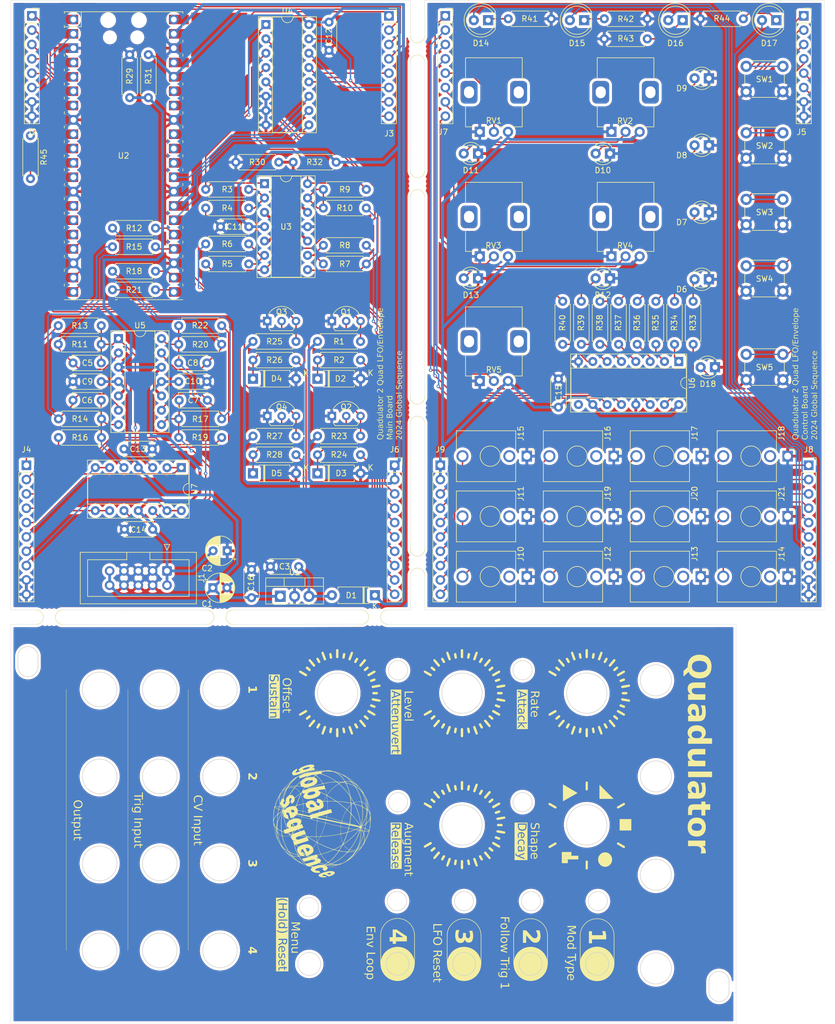
<source format=kicad_pcb>
(kicad_pcb (version 20240108) (generator "pcbnew") (generator_version "8.0")
  (layers (0 "F.Cu" signal) (31 "B.Cu" signal) (34 "B.Paste" user) (35 "F.Paste" user) (36 "B.SilkS" user "B.Silkscreen") (37 "F.SilkS" user "F.Silkscreen") (38 "B.Mask" user) (39 "F.Mask" user) (44 "Edge.Cuts" user))
  (net 0 "")
  (net 1 "+12V")
  (net 2 "GND")
  (net 3 "-12V")
  (net 4 "+5V")
  (net 5 "Net-(U5A--)")
  (net 6 "Net-(U7A-+)")
  (net 7 "Net-(U5B--)")
  (net 8 "Net-(U7B-+)")
  (net 9 "Net-(U7C-+)")
  (net 10 "Net-(U5C--)")
  (net 11 "Net-(U5D--)")
  (net 12 "Net-(U7D-+)")
  (net 13 "+3.3V")
  (net 14 "Net-(D1-K)")
  (net 15 "Net-(D2-K)")
  (net 16 "Net-(D3-K)")
  (net 17 "Net-(D4-K)")
  (net 18 "Net-(D5-K)")
  (net 19 "Net-(D6-A)")
  (net 20 "Net-(D7-A)")
  (net 21 "Net-(D8-A)")
  (net 22 "Net-(D9-A)")
  (net 23 "Net-(D10-A)")
  (net 24 "Net-(D11-A)")
  (net 25 "Net-(D12-A)")
  (net 26 "Net-(D13-A)")
  (net 27 "Net-(D14-KA)")
  (net 28 "LED_B_1_C")
  (net 29 "LED_B_2_C")
  (net 30 "Net-(D15-KA)")
  (net 31 "Net-(D16-KA)")
  (net 32 "LED_B_3_C")
  (net 33 "Net-(D17-KA)")
  (net 34 "LED_B_4_C")
  (net 35 "MENU_LED_C")
  (net 36 "MOD_SWITCH_1_M")
  (net 37 "MENU_LED_M")
  (net 38 "MOD_SWITCH_2_M")
  (net 39 "MOD_SWITCH_4_M")
  (net 40 "MOD_SWITCH_3_M")
  (net 41 "MENU_SWITCH_M")
  (net 42 "POT_2_M")
  (net 43 "HC595_SER_M")
  (net 44 "POT_3_M")
  (net 45 "HC595_RCLK_M")
  (net 46 "POT_1_M")
  (net 47 "POT_4_M")
  (net 48 "HC595_SRCLK_M")
  (net 49 "CV_IN_1_M")
  (net 50 "TRIG_IN_1_M")
  (net 51 "POT_5_M")
  (net 52 "CV_IN_3_M")
  (net 53 "TRIG_IN_4_M")
  (net 54 "TRIG_IN_3_M")
  (net 55 "TRIG_IN_2_M")
  (net 56 "CV_IN_2_M")
  (net 57 "CV_IN_4_M")
  (net 58 "MOD_SWITCH_2_C")
  (net 59 "MOD_SWITCH_1_C")
  (net 60 "MENU_SWITCH_C")
  (net 61 "MOD_SWITCH_3_C")
  (net 62 "MOD_SWITCH_4_C")
  (net 63 "LED_B_4_M")
  (net 64 "LED_B_2_M")
  (net 65 "OUTPUT_1_M")
  (net 66 "OUTPUT_2_M")
  (net 67 "LED_B_3_M")
  (net 68 "LED_B_1_M")
  (net 69 "OUTPUT_3_M")
  (net 70 "OUTPUT_4_M")
  (net 71 "HC595_SER_C")
  (net 72 "POT_1_C")
  (net 73 "POT_2_C")
  (net 74 "POT_4_C")
  (net 75 "POT_3_C")
  (net 76 "HC595_RCLK_C")
  (net 77 "HC595_SRCLK_C")
  (net 78 "TRIG_IN_1_C")
  (net 79 "CV_IN_2_C")
  (net 80 "CV_IN_1_C")
  (net 81 "TRIG_IN_2_C")
  (net 82 "TRIG_IN_3_C")
  (net 83 "CV_IN_3_C")
  (net 84 "TRIG_IN_4_C")
  (net 85 "CV_IN_4_C")
  (net 86 "POT_5_C")
  (net 87 "OUTPUT_2_C")
  (net 88 "OUTPUT_4_C")
  (net 89 "OUTPUT_3_C")
  (net 90 "OUTPUT_1_C")
  (net 103 "TRIG_MCU_1_M")
  (net 104 "TRIG_MCU_2_M")
  (net 105 "TRIG_MCU_3_M")
  (net 106 "TRIG_MCU_4_M")
  (net 107 "Net-(U3A--)")
  (net 108 "CV_IN_MUX_1_M")
  (net 109 "Net-(U3B--)")
  (net 110 "CV_IN_MUX_2_M")
  (net 111 "CV_IN_MUX_3_M")
  (net 112 "Net-(U3C--)")
  (net 113 "Net-(U3D--)")
  (net 114 "CV_IN_MUX_4_M")
  (net 115 "PWM_1_M")
  (net 116 "PWM_2_M")
  (net 117 "PWM_3_M")
  (net 118 "PWM_4_M")
  (net 119 "OUTPUT_REF")
  (net 120 "CV_REF")
  (net 121 "Net-(U6-QA)")
  (net 122 "Net-(U6-QB)")
  (net 123 "Net-(U6-QC)")
  (net 124 "Net-(U6-QD)")
  (net 125 "Net-(U6-QE)")
  (net 126 "Net-(U6-QF)")
  (net 127 "Net-(U6-QG)")
  (net 128 "Net-(U6-QH)")
  (net 129 "MUX_ANALOG")
  (net 130 "MUX_DIGI_2_M")
  (net 131 "MUX_DIGI_1_M")
  (net 132 "MUX_DIGI_3_M")
  (net 134 "Net-(U2-GPIO0)")
  (footprint "Connector_PinSocket_2.54mm:PinSocket_1x10_P2.54mm_Vertical" (layer "F.Cu") (at 2.775 82.375)
    (property "Reference" "J4")
    (property "Value" "Conn_01x10")
  )
  (footprint "Resistor_THT:R_Axial_DIN0207_L6.3mm_D2.5mm_P7.62mm_Horizontal" (layer "F.Cu") (at 114.3 53.34 -90)
    (property "Reference" "R35")
    (property "Value" "470R")
  )
  (footprint "LED_THT:LED_D3.0mm" (layer "F.Cu") (at 123.698 49.444 180)
    (property "Reference" "D6")
    (property "Value" "LED")
  )
  (footprint "Capacitor_THT:C_Disc_D5.0mm_W2.5mm_P5.00mm" (layer "F.Cu") (at 20.066 79.502)
    (property "Reference" "C13")
    (property "Value" "100n")
  )
  (footprint "Button_Switch_THT:SW_PUSH_6mm" (layer "F.Cu") (at 130.302 35.281332)
    (property "Reference" "SW3")
    (property "Value" "SW_Push")
  )
  (footprint "Mouse Bites:mouse-bite-2.54mm-slot" (layer "F.Cu") (at 72.075 72.633 90)
    (property "Reference" "mouse-bite-2.54mm-slot" (hide yes))
    (property "Value" "VAL**" (hide yes))
  )
  (footprint "LOGO" (layer "F.Cu") (at 55.1434 145.373333 -90)
    (property "Reference" "G***" (hide yes))
    (property "Value" "LOGO" (hide yes))
  )
  (footprint "Mouse Bites:mouse-bite-2.54mm-slot" (layer "F.Cu") (at 37.084 109.2884 180)
    (property "Reference" "mouse-bite-2.54mm-slot" (hide yes))
    (property "Value" "VAL**" (hide yes))
  )
  (footprint "Diode_THT:D_A-405_P7.62mm_Horizontal" (layer "F.Cu") (at 54.356 67.056)
    (property "Reference" "D2")
    (property "Value" "BAT85")
  )
  (footprint "Capacitor_THT:CP_Radial_D5.0mm_P2.50mm" (layer "F.Cu") (at 38.354 97.536 180)
    (property "Reference" "C2")
    (property "Value" "10u")
  )
  (footprint "Mouse Bites:mouse-bite-2.54mm-slot" (layer "F.Cu") (at 72.075 99.557 90)
    (property "Reference" "mouse-bite-2.54mm-slot" (hide yes))
    (property "Value" "VAL**" (hide yes))
  )
  (footprint "Resistor_THT:R_Axial_DIN0207_L6.3mm_D2.5mm_P7.62mm_Horizontal" (layer "F.Cu") (at 105.156 3.302)
    (property "Reference" "R42")
    (property "Value" "330R")
  )
  (footprint "Button_Switch_THT:SW_PUSH_6mm" (layer "F.Cu") (at 130.302 23.500666)
    (property "Reference" "SW2")
    (property "Value" "SW_Push")
  )
  (footprint "Mouse Bites:mouse-bite-2.54mm-slot" (layer "F.Cu") (at 6.858 109.2884 180)
    (property "Reference" "mouse-bite-2.54mm-slot" (hide yes))
    (property "Value" "VAL**" (hide yes))
  )
  (footprint "Resistor_THT:R_Axial_DIN0207_L6.3mm_D2.5mm_P7.62mm_Horizontal" (layer "F.Cu") (at 29.758 57.658)
    (property "Reference" "R22")
    (property "Value" "1k")
  )
  (footprint "Resistor_THT:R_Axial_DIN0207_L6.3mm_D2.5mm_P7.62mm_Horizontal" (layer "F.Cu") (at 25.654 48.006 180)
    (property "Reference" "R18")
    (property "Value" "10k")
  )
  (footprint "Potentiometer_THT:Potentiometer_Alps_RK09K_Single_Vertical" (layer "F.Cu") (at 106.426 23.322 90)
    (property "Reference" "RV2")
    (property "Value" "10k")
  )
  (footprint "Package_TO_SOT_THT:TO-92L_Inline_Wide" (layer "F.Cu") (at 56.896 56.838)
    (property "Reference" "Q1")
    (property "Value" "2N3904")
  )
  (footprint "LED_THT:LED_D5.0mm" (layer "F.Cu") (at 135.636 3.556 180)
    (property "Reference" "D17")
    (property "Value" "LED_Dual_Bidirectional" (hide yes))
  )
  (footprint "Potentiometer_THT:Potentiometer_Alps_RK09K_Single_Vertical" (layer "F.Cu") (at 106.426 45.387 90)
    (property "Reference" "RV4")
    (property "Value" "10k")
  )
  (footprint "Resistor_THT:R_Axial_DIN0207_L6.3mm_D2.5mm_P7.62mm_Horizontal" (layer "F.Cu") (at 63.002 43.429 180)
    (property "Reference" "R8")
    (property "Value" "300k")
  )
  (footprint "Potentiometer_THT:Potentiometer_Alps_RK09K_Single_Vertical" (layer "F.Cu") (at 83.098 67.452 90)
    (property "Reference" "RV5")
    (property "Value" "10k")
  )
  (footprint "Capacitor_THT:C_Disc_D5.0mm_W2.5mm_P5.00mm" (layer "F.Cu") (at 11.042 64.262)
    (property "Reference" "C5")
    (property "Value" "4.7n")
  )
  (footprint "Connector_Audio:Jack_3.5mm_QingPu_WQP-PJ398SM_Vertical_CircularHoles" (layer "F.Cu") (at 91.44 80.772 -90)
    (property "Reference" "J15")
    (property "Value" "3.5mm jack")
  )
  (footprint "Connector_PinSocket_2.54mm:PinSocket_1x10_P2.54mm_Vertical" (layer "F.Cu") (at 76.115 82.375)
    (property "Reference" "J9")
    (property "Value" "Conn_01x10")
  )
  (footprint "Mouse Bites:mouse-bite-2.54mm-slot" (layer "F.Cu") (at 64.478 109.2884 180)
    (property "Reference" "mouse-bite-2.54mm-slot" (hide yes))
    (property "Value" "VAL**" (hide yes))
  )
  (footprint "Connector_PinSocket_2.54mm:PinSocket_1x08_P2.54mm_Vertical" (layer "F.Cu") (at 67 2.775)
    (property "Reference" "J3")
    (property "Value" "Conn_01x08" (hide yes))
  )
  (footprint "Resistor_THT:R_Axial_DIN0207_L6.3mm_D2.5mm_P7.62mm_Horizontal" (layer "F.Cu") (at 21.082 9.652 -90)
    (property "Reference" "R29")
    (property "Value" "18K")
  )
  (footprint "Resistor_THT:R_Axial_DIN0207_L6.3mm_D2.5mm_P7.62mm_Horizontal" (layer "F.Cu") (at 50.546 63.754 180)
    (property "Reference" "R26")
    (property "Value" "100k")
  )
  (footprint "Capacitor_THT:C_Disc_D5.0mm_W2.5mm_P5.00mm" (layer "F.Cu") (at 42.174 40.127 180)
    (property "Reference" "C11")
    (property "Value" "100n")
  )
  (footprint "Potentiometer_THT:Potentiometer_Alps_RK09K_Single_Vertical" (layer "F.Cu") (at 83.098 23.322 90)
    (property "Reference" "RV1")
    (property "Value" "10k")
  )
  (footprint "Diode_THT:D_A-405_P7.62mm_Horizontal" (layer "F.Cu") (at 42.926 83.82)
    (property "Reference" "D5")
    (property "Value" "BAT85")
  )
  (footprint "LED_THT:LED_D5.0mm" (layer "F.Cu") (at 84.582 3.556 180)
    (property "Reference" "D14")
    (property "Value" "LED_Dual_Bidirectional" (hide yes))
  )
  (footprint "Resistor_THT:R_Axial_DIN0207_L6.3mm_D2.5mm_P7.62mm_Horizontal" (layer "F.Cu") (at 25.654 43.688 180)
    (property "Reference" "R15")
    (property "Value" "10k")
  )
  (footprint "Resistor_THT:R_Axial_DIN0207_L6.3mm_D2.5mm_P7.62mm_Horizontal" (layer "F.Cu") (at 8.422 60.96)
    (property "Reference" "R11")
    (property "Value" "30k")
  )
  (footprint "Diode_THT:D_A-405_P7.62mm_Horizontal" (layer "F.Cu") (at 42.926 67.056)
    (property "Reference" "D4")
    (property "Value" "BAT85")
  )
  (footprint "Package_DIP:DIP-14_W7.62mm_Socket" (layer "F.Cu") (at 44.968 32.507)
    (property "Reference" "U3")
    (property "Value" "MCP6004")
  )
  (footprint "Package_DIP:DIP-16_W7.62mm_Socket" (layer "F.Cu") (at 45.212 4.318)
    (property "Reference" "U4")
    (property "Value" "CD4051B")
  )
  (footprint "Resistor_THT:R_Axial_DIN0207_L6.3mm_D2.5mm_P7.62mm_Horizontal" (layer "F.Cu") (at 16.082 77.47 180)
    (property "Reference" "R16")
    (property "Value" "1k")
  )
  (footprint "Diode_THT:D_A-405_P7.62mm_Horizontal" (layer "F.Cu") (at 64.516 105.41 180)
    (property "Reference" "D1")
    (property "Value" "BAT85")
  )
  (footprint "Connector_Audio:Jack_3.5mm_QingPu_WQP-PJ398SM_Vertical_CircularHoles" (layer "F.Cu") (at 106.839333 80.772 -90)
    (property "Reference" "J16")
    (property "Value" "3.5mm jack")
  )
  (footprint "Resistor_THT:R_Axial_DIN0207_L6.3mm_D2.5mm_P7.62mm_Horizontal" (layer "F.Cu") (at 42.174 46.731 180)
    (property "Reference" "R5")
    (property "Value" "100k")
  )
  (footprint "LED_THT:LED_D3.0mm" (layer "F.Cu") (at 106.167 49.276 180)
    (property "Reference" "D12")
    (property "Value" "LED")
  )
  (footprint "Button_Switch_THT:SW_PUSH_6mm" (layer "F.Cu") (at 130.302 11.72)
    (property "Reference" "SW1")
    (property "Value" "SW_Push")
  )
  (footprint "Resistor_THT:R_Axial_DIN0207_L6.3mm_D2.5mm_P7.62mm_Horizontal" (layer "F.Cu") (at 37.378 74.168 180)
    (property "Reference" "R17")
    (property "Value" "30k")
  )
  (footprint "Mouse Bites:mouse-bite-2.54mm-slot" (layer "F.Cu") (at 72.075 8.625 90)
    (property "Reference" "mouse-bite-2.54mm-slot" (hide yes))
    (property "Value" "VAL**" (hide yes))
  )
  (footprint "Resistor_THT:R_Axial_DIN0207_L6.3mm_D2.5mm_P7.62mm_Horizontal" (layer "F.Cu") (at 61.976 63.754 180)
    (property "Reference" "R2")
    (property "Value" "100k")
  )
  (footprint "Resistor_THT:R_Axial_DIN0207_L6.3mm_D2.5mm_P7.62mm_Horizontal" (layer "F.Cu") (at 24.384 17.272 90)
    (property "Reference" "R31")
    (property "Value" "30K")
  )
  (footprint "LED_THT:LED_D3.0mm" (layer "F.Cu") (at 123.698 25.710666 180)
    (property "Reference" "D8")
    (property "Value" "LED")
  )
  (footprint "Resistor_THT:R_Axial_DIN0207_L6.3mm_D2.5mm_P7.62mm_Horizontal" (layer "F.Cu") (at 104.394 53.34 -90)
    (property "Reference" "R38")
    (property "Value" "470R")
  )
  (footprint "Package_DIP:DIP-14_W7.62mm_Socket" (layer "F.Cu") (at 30.226 82.804 -90)
    (property "Reference" "U7")
    (property "Value" "TL074")
  )
  (footprint "Resistor_THT:R_Axial_DIN0207_L6.3mm_D2.5mm_P7.62mm_Horizontal" (layer "F.Cu") (at 120.904 53.34 -90)
    (property "Reference" "R33")
    (property "Value" "470R")
  )
  (footprint "Capacitor_THT:C_Disc_D5.0mm_W2.5mm_P5.00mm" (layer "F.Cu") (at 42.672 105.838 90)
    (property "Reference" "C16")
    (property "Value" "470n")
  )
  (footprint "Resistor_THT:R_Axial_DIN0207_L6.3mm_D2.5mm_P7.62mm_Horizontal" (layer "F.Cu") (at 129.799 3.302 180)
    (property "Reference" "R44")
    (property "Value" "330R")
  )
  (footprint "Connector_IDC:IDC-Header_2x05_P2.54mm_Vertical" (layer "F.Cu") (at 27.686 101.092 -90)
    (property "Reference" "J1")
    (property "Value" "Eurorack Power")
  )
  (footprint "LED_THT:LED_D3.0mm" (layer "F.Cu") (at 123.698 13.844 180)
    (property "Reference" "D9")
    (property "Value" "LED")
  )
  (footprint "Resistor_THT:R_Axial_DIN0207_L6.3mm_D2.5mm_P7.62mm_Horizontal" (layer "F.Cu") (at 16.042 57.658 180)
    (property "Reference" "R13")
    (property "Value" "1k")
  )
  (footprint "Connector_PinSocket_2.54mm:PinSocket_1x10_P2.54mm_Vertical" (layer "F.Cu") (at 68.025 82.375)
    (property "Reference" "J6")
    (property "Value" "Conn_01x10")
  )
  (footprint "Resistor_THT:R_Axial_DIN0207_L6.3mm_D2.5mm_P7.62mm_Horizontal" (layer "F.Cu") (at 55.382 33.523)
    (property "Reference" "R9")
    (property "Value" "100k")
  )
  (footprint "LED_THT:LED_D5.0mm" (layer "F.Cu") (at 101.6 3.556 180)
    (property "Reference" "D15")
    (property "Value" "LED_Dual_Bidirectional" (hide yes))
  )
  (footprint "Resistor_THT:R_Axial_DIN0207_L6.3mm_D2.5mm_P7.62mm_Horizontal" (layer "F.Cu") (at 47.498 28.702 180)
    (property "Reference" "R30")
    (property "Value" "6.8K")
  )
  (footprint "Resistor_THT:R_Axial_DIN0207_L6.3mm_D2.5mm_P7.62mm_Horizontal" (layer "F.Cu") (at 97.79 53.34 -90)
    (property "Reference" "R40")
    (property "Value" "470R")
  )
  (footprint "Resistor_THT:R_Axial_DIN0207_L6.3mm_D2.5mm_P7.62mm_Horizontal" (layer "F.Cu") (at 25.654 51.308 180)
    (property "Reference" "R21")
    (property "Value" "10k")
  )
  (footprint "Resistor_THT:R_Axial_DIN0207_L6.3mm_D2.5mm_P7.62mm_Horizontal" (layer "F.Cu") (at 61.976 80.518 180)
    (property "Reference" "R24")
    (property "Value" "100k")
  )
  (footprint "Connector_PinSocket_2.54mm:PinSocket_1x10_P2.54mm_Vertical" (layer "F.Cu") (at 141.365 82.375)
    (property "Reference" "J8")
    (property "Value" "Conn_01x10")
  )
  (footprint "LED_THT:LED_D3.0mm" (layer "F.Cu") (at 124.771 65.024 180)
    (property "Reference" "D18")
    (property "Value" "LED")
  )
  (footprint "Capacitor_THT:CP_Radial_D5.0mm_P2.50mm" (layer "F.Cu") (at 35.814 104.086)
    (property "Reference" "C1")
    (property "Value" "10u")
  )
  (footprint "Resistor_THT:R_Axial_DIN0207_L6.3mm_D2.5mm_P7.62mm_Horizontal" (layer "F.Cu") (at 110.998 53.34 -90)
    (property "Reference" "R36")
    (property "Value" "470R")
  )
  (footprint "Mouse Bites:mouse-bite-2.54mm-slot" (layer "F.Cu") (at 72.075 32.501 90)
    (property "Reference" "mouse-bite-2.54mm-slot" (hide yes))
    (property "Value" "VAL**" (hide yes))
  )
  (footprint "Package_TO_SOT_THT:TO-220-3_Vertical" (layer "F.Cu") (at 47.752 105.593)
    (property "Reference" "U1")
    (property "Value" "L7805")
  )
  (footprint "Package_TO_SOT_THT:TO-92L_Inline_Wide" (layer "F.Cu") (at 45.456 56.838)
    (property "Reference" "Q3")
    (property "Value" "2N3904")
  )
  (footprint "Resistor_THT:R_Axial_DIN0207_L6.3mm_D2.5mm_P7.62mm_Horizontal" (layer "F.Cu") (at 107.696 53.34 -90)
    (property "Reference" "R37")
    (property "Value" "470R")
  )
  (footprint "Capacitor_THT:C_Disc_D5.0mm_W2.5mm_P5.00mm" (layer "F.Cu") (at 16.042 67.564 180)
    (property "Reference" "C9")
    (property "Value" "100n")
  )
  (footprint "Capacitor_THT:C_Disc_D5.0mm_W2.5mm_P5.00mm" (layer "F.Cu") (at 56.388 8.89 90)
    (property "Reference" "C12")
    (property "Value" "100n")
  )
  (footprint "Diode_THT:D_A-405_P7.62mm_Horizontal" (layer "F.Cu") (at 54.356 83.82)
    (property "Reference" "D3")
    (property "Value" "BAT85")
  )
  (footprint "Resistor_THT:R_Axial_DIN0207_L6.3mm_D2.5mm_P7.62mm_Horizontal" (layer "F.Cu") (at 62.992 36.83 180)
    (property "Reference" "R10")
    (property "Value" "300k")
  )
  (footprint "Connector_PinSocket_2.54mm:PinSocket_1x08_P2.54mm_Vertical" (layer "F.Cu") (at 77 2.775)
    (property "Reference" "J7")
    (property "Value" "Conn_01x08")
  )
  (footprint "Button_Switch_THT:SW_PUSH_6mm" (layer "F.Cu") (at 130.302 47.062)
    (property "Reference" "SW4")
    (property "Value" "SW_Push")
  )
  (footprint "Resistor_THT:R_Axial_DIN0207_L6.3mm_D2.5mm_P7.62mm_Horizontal" (layer "F.Cu") (at 112.776 6.858 180)
    (property "Reference" "R43")
    (property "Value" "330R")
  )
  (footprint "Resistor_THT:R_Axial_DIN0207_L6.3mm_D2.5mm_P7.62mm_Horizontal" (layer "F.Cu") (at 8.462 74.168)
    (property "Reference" "R14")
    (property "Value" "30k")
  )
  (footprint "Connector_Audio:Jack_3.5mm_QingPu_WQP-PJ398SM_Vertical_CircularHoles" (layer "F.Cu") (at 122.238666 91.44 -90)
    (property "Reference" "J20")
    (property "Value" "3.5mm jack")
  )
  (footprint "LED_THT:LED_D5.0mm" (layer "F.Cu") (at 119.038 3.556 180)
    (property "Reference" "D16")
    (property "Value" "LED_Dual_Bidirectional" (hide yes))
  )
  (footprint "Package_DIP:DIP-16_W7.62mm_Socket" (layer "F.Cu") (at 118.364 64.008 -90)
    (property "Reference" "U6")
    (property "Value" "74HC595")
  )
  (footprint "Connector_Audio:Jack_3.5mm_QingPu_WQP-PJ398SM_Vertical_CircularHoles" (layer "F.Cu") (at 137.638 80.772 -90)
    (property "Reference" "J18")
    (property "Value" "3.5mm jack")
  )
  (footprint "Resistor_THT:R_Axial_DIN0207_L6.3mm_D2.5mm_P7.62mm_Horizontal" (layer "F.Cu") (at 117.602 53.34 -90)
    (property "Reference" "R34")
    (property "Value" "470R")
  )
  (footprint "Capacitor_THT:C_Disc_D5.0mm_W2.5mm_P5.00mm" (layer "F.Cu") (at 34.838 70.866 180)
    (property "Reference" "C7")
    (property "Value" "4.7n")
  )
  (footprint "Resistor_THT:R_Axial_DIN0207_L6.3mm_D2.5mm_P7.62mm_Horizontal" (layer "F.Cu") (at 50.546 80.518 180)
    (property "Reference" "R28")
    (property "Value" "100k")
  )
  (footprint "Package_DIP:DIP-14_W7.62mm_Socket" (layer "F.Cu") (at 19.09 59.944)
    (property "Reference" "U5")
    (property "Value" "TL074")
  )
  (footprint "Connector_Audio:Jack_3.5mm_QingPu_WQP-PJ398SM_Vertical_CircularHoles" (layer "F.Cu") (at 122.238666 102.108 -90)
    (property "Reference" "J13")
    (property "Value" "3.5mm jack")
  )
  (footprint "Resistor_THT:R_Axial_DIN0207_L6.3mm_D2.5mm_P7.62mm_Horizontal" (layer "F.Cu") (at 42.926 77.216)
    (property "Reference" "R27")
    (property "Value" "10k")
  )
  (footprint "Package_TO_SOT_THT:TO-92L_Inline_Wide" (layer "F.Cu") (at 56.896 73.66)
    (property "Reference" "Q2")
    (property "Value" "2N3904")
  )
  (footprint "Capacitor_THT:C_Disc_D5.0mm_W2.5mm_P5.00mm" (layer "F.Cu") (at 20.146 93.726)
    (property "Reference" "C14")
    (property "Value" "100n")
  )
  (footprint "Resistor_THT:R_Axial_DIN0207_L6.3mm_D2.5mm_P7.62mm_Horizontal" (layer "F.Cu") (at 57.658 28.702 180)
    (property "Reference" "R32")
    (property "Value" "12K")
  )
  (footprint "Connector_Audio:Jack_3.5mm_QingPu_WQP-PJ398SM_Vertical_CircularHoles" (layer "F.Cu") (at 137.638 102.108 -90)
    (property "Reference" "J14")
    (property "Value" "3.5mm jack")
  )
  (footprint "Connector_Audio:Jack_3.5mm_QingPu_WQP-PJ398SM_Vertical_CircularHoles" (layer "F.Cu") (at 106.839333 91.44 -90)
    (property "Reference" "J19")
    (property "Value" "3.5mm jack")
  )
  (footprint "Resistor_THT:R_Axial_DIN0207_L6.3mm_D2.5mm_P7.62mm_Horizontal" (layer "F.Cu") (at 55.382 46.731)
    (property "Reference" "R7")
    (property "Value" "100k")
  )
  (footprint "Capacitor_THT:C_Disc_D5.0mm_W2.5mm_P5.00mm" (layer "F.Cu") (at 97.028 67.096 -90)
    (property "Reference" "C15")
    (property "Value" "100n")
  )
  (footprint "LED_THT:LED_D3.0mm" (layer "F.Cu") (at 123.698 37.577332 180)
    (property "Reference" "D7")
    (property "Value" "LED")
  )
  (footprint "Connector_Audio:Jack_3.5mm_QingPu_WQP-PJ398SM_Vertical_CircularHoles" (layer "F.Cu") (at 91.44 102.108 -90)
    (property "Reference" "J10")
    (property "Value" "3.5mm jack")
  )
  (footprint "Resistor_THT:R_Axial_DIN0207_L6.3mm_D2.5mm_P7.62mm_Horizontal" (layer "F.Cu") (at 42.926 60.452)
    (property "Reference" "R25")
    (property "Value" "10k")
  )
  (footprint "Resistor_THT:R_Axial_DIN0207_L6.3mm_D2.5mm_P7.62mm_Horizontal" (layer "F.Cu") (at 34.544 43.18)
    (property "Reference" "R6")
    (property "Value" "300k")
  )
  (footprint "Package_TO_SOT_THT:TO-92L_Inline_Wide" (layer "F.Cu") (at 45.466 73.66)
    (property "Reference" "Q4")
    (property "Value" "2N3904")
  )
  (footprint "Resistor_THT:R_Axial_DIN0207_L6.3mm_D2.5mm_P7.62mm_Horizontal" (layer "F.Cu") (at 37.378 60.96 180)
    (property "Reference" "R20")
    (property "Value" "30k")
  )
  (footprint "Resistor_THT:R_Axial_DIN0207_L6.3mm_D2.5mm_P7.62mm_Horizontal" (layer "F.Cu") (at 88.138 3.302)
    (property "Reference" "R41")
    (property "Value" "330R")
  )
  (footprint "LED_THT:LED_D3.0mm" (layer "F.Cu") (at 82.804 49.276 180)
    (property "Reference" "D13")
    (property "Value" "LED")
  )
  (footprint "Capacitor_THT:C_Disc_D5.0mm_W2.5mm_P5.00mm" (layer "F.Cu") (at 34.758 67.564 180)
    (property "Reference" "C10")
    (property "Value" "100n")
  )
  (footprint "Connector_Audio:Jack_3.5mm_QingPu_WQP-PJ398SM_Vertical_CircularHoles" (layer "F.Cu") (at 137.638 91.44 -90)
    (property "Reference" "J21")
    (property "Value" "3.5mm jack")
  )
  (footprint "Connector_Audio:Jack_3.5mm_QingPu_WQP-PJ398SM_Vertical_CircularHoles" (layer "F.Cu") (at 106.839333 102.108 -90)
    (property "Reference" "J12")
    (property "Value" "3.5mm jack")
  )
  (footprint "Resistor_THT:R_Axial_DIN0207_L6.3mm_D2.5mm_P7.62mm_Horizontal" (layer "F.Cu") (at 42.164 33.523 180)
    (property "Reference" "R3")
    (property "Value" "100k")
  )
  (footprint "Capacitor_THT:C_Disc_D5.0mm_W2.5mm_P5.00mm" (layer "F.Cu") (at 11.042 70.866)
    (property "Reference" "C6")
    (property "Value" "4.7n")
  )
  (footprint "Capacitor_THT:C_Disc_D5.0mm_W2.5mm_P5.00mm" (layer "F.Cu") (at 51.014 100.33 180)
    (property "Reference" "C3")
    (property "Value" "100n")
  )
  (footprint "Resistor_THT:R_Axial_DIN0207_L6.3mm_D2.5mm_P7.62mm_Horizontal" (layer "F.Cu") (at 3.5 24 -90)
    (property "Reference" "R45")
    (property "Value" "470R")
  )
  (footprint "Resistor_THT:R_Axial_DIN0207_L6.3mm_D2.5mm_P7.62mm_Horizontal" (layer "F.Cu") (at 29.758 77.47)
    (property "Reference" "R19")
    (property "Value" "1k")
  )
  (footprint "LED_THT:LED_D3.0mm" (layer "F.Cu") (at 106.172 27.178 180)
    (property "Reference" "D10")
    (property "Value" "LED")
  )
  (footprint "Resistor_THT:R_Axial_DIN0207_L6.3mm_D2.5mm_P7.62mm_Horizontal" (layer "F.Cu") (at 25.654 40.386 180)
    (property "Reference" "R12")
    (property "Value" "10k")
  )
  (footprint "MCU_RaspberryPi_and_Boards:RPi_Pico_SMD_TH" (layer "F.Cu") (at 19.997 27.556)
    (property "Reference" "U2")
    (property "Value" "Pico")
  )
  (footprint "LED_THT:LED_D3.0mm" (layer "F.Cu") (at 82.804 27.178 180)
    (property "Reference" "D11")
    (property "Value" "LED")
  )
  (footprint "Potentiometer_THT:Potentiometer_Alps_RK09K_Single_Vertical" (layer "F.Cu") (at 83.098 45.387 90)
    (property "Reference" "RV3")
    (property "Value" "10k")
  )
  (footprint "Connector_Audio:Jack_3.5mm_QingPu_WQP-PJ398SM_Vertical_CircularHoles" (layer "F.Cu") (at 122.238666 80.772 -90)
    (property "Reference" "J17")
    (property "Value" "3.5mm jack")
  )
  (footprint "Connector_Audio:Jack_3.5mm_QingPu_WQP-PJ398SM_Vertical_CircularHoles" (layer "F.Cu") (at 91.44 91.44 -90)
    (property "Reference" "J11")
    (property "Value" "3.5mm jack")
  )
  (footprint "Resistor_THT:R_Axial_DIN0207_L6.3mm_D2.5mm_P7.62mm_Horizontal" (layer "F.Cu") (at 54.356 60.452)
    (property "Reference" "R1")
    (property "Value" "10k")
  )
  (footprint "Resistor_THT:R_Axial_DIN0207_L6.3mm_D2.5mm_P7.62mm_Horizontal" (layer "F.Cu") (at 54.356 77.216)
    (property "Reference" "R23")
    (property "Value" "10k")
  )
  (footprint "Capacitor_THT:C_Disc_D5.0mm_W2.5mm_P5.00mm" (layer "F.Cu") (at 34.758 64.262 180)
    (property "Reference" "C8")
    (property "Value" "4.7n")
  )
  (footprint "Button_Switch_THT:SW_PUSH_6mm" (layer "F.Cu") (at 130.302 62.738)
    (property "Reference" "SW5")
    (property "Value" "SW_Push")
  )
  (footprint "Connector_PinSocket_2.54mm:PinSocket_1x08_P2.54mm_Vertical" (layer "F.Cu") (at 3.75 2.775)
    (property "Reference" "J2")
    (property "Value" "Conn_01x08" (hide yes))
  )
  (footprint "Resistor_THT:R_Axial_DIN0207_L6.3mm_D2.5mm_P7.62mm_Horizontal" (layer "F.Cu") (at 101.092 53.34 -90)
    (property "Reference" "R39")
    (property "Value" "470R")
  )
  (footprint "Resistor_THT:R_Axial_DIN0207_L6.3mm_D2.5mm_P7.62mm_Horizontal" (layer "F.Cu") (at 34.544 36.83)
    (property "Reference" "R4")
    (property "Value" "300k")
  )
  (footprint "Connector_PinSocket_2.54mm:PinSocket_1x08_P2.54mm_Vertical" (layer "F.Cu") (at 140.5 2.775)
    (property "Reference" "J5")
    (property "Value" "Conn_01x08")
  )
  (gr_line (start 75.836973 117.844648) (end 75.065627 116.925395) (stroke (width 0.4)) (layer "F.SilkS"))
  (gr_arc (start 65.536545 165.645333) (mid 68.536545 162.645364) (end 71.536545 165.645333) (stroke (width 0.1)) (layer "F.SilkS"))
  (gr_line (start 77.761886 152.129365) (end 77.351461 153.256995) (stroke (width 0.4)) (layer "F.SilkS"))
  (gr_line (start 61.966655 127.650017) (end 62.738 128.56927) (stroke (width 0.4)) (layer "F.SilkS"))
  (gr_line (start 62.755499 118.633491) (end 63.215126 118.247819) (stroke (width 0.4)) (layer "F.SilkS"))
  (gr_line (start 86.350814 146.115333) (end 86.950814 146.115333) (stroke (width 0.4)) (layer "F.SilkS"))
  (gr_line (start 108.351584 121.635985) (end 109.13943 121.497066) (stroke (width 0.4)) (layer "F.SilkS"))
  (gr_circle (center 92.107745 170.7056) (end 92.107745 173.7056) (stroke (width 0.05)) (fill solid) (layer "F.SilkS"))
  (gr_poly (pts (xy 97.631489 152.198605) (xy 97.631489 151.54038) (xy 100.567193 151.54038) (xy 100.567193 152.198605)) (stroke (width 0) (color 255 0 0 1)) (fill solid) (layer "F.SilkS"))
  (gr_line (start 63.866847 124.936261) (end 64.430662 125.141473) (stroke (width 0.4)) (layer "F.SilkS"))
  (gr_line (start 97.14613 126.861172) (end 96.686503 127.246846) (stroke (width 0.4)) (layer "F.SilkS"))
  (gr_line (start 98.848814 128.289895) (end 98.548814 128.809511) (stroke (width 0.4)) (layer "F.SilkS"))
  (gr_line (start 96.506251 119.547333) (end 95.813432 119.147333) (stroke (width 0.4)) (layer "F.SilkS"))
  (gr_line (start 108.448814 122.747333) (end 109.048814 122.747333) (stroke (width 0.4)) (layer "F.SilkS"))
  (gr_line (start 75.836973 141.212648) (end 75.322742 140.599813) (stroke (width 0.4)) (layer "F.SilkS"))
  (gr_line (start 52.310251 119.547333) (end 51.271021 118.947333) (stroke (width 0.4)) (layer "F.SilkS"))
  (gr_line (start 53.738973 127.650017) (end 52.967627 128.56927) (stroke (width 0.4)) (layer "F.SilkS"))
  (gr_line (start 107.591377 125.947333) (end 108.630608 126.547333) (stroke (width 0.4)) (layer "F.SilkS"))
  (gr_line (start 86.253584 147.226681) (end 87.04143 147.3656) (stroke (width 0.4)) (layer "F.SilkS"))
  (gr_line (start 56.741466 129.050102) (end 56.637278 129.640986) (stroke (width 0.4)) (layer "F.SilkS"))
  (gr_line (start 84.853499 126.861172) (end 85.313126 127.246846) (stroke (width 0.4)) (layer "F.SilkS"))
  (gr_line (start 76.750814 117.20477) (end 76.450814 116.685155) (stroke (width 0.4)) (layer "F.SilkS"))
  (gr_line (start 85.493377 149.315333) (end 86.186198 149.715333) (stroke (width 0.4)) (layer "F.SilkS"))
  (gr_line (start 64.155584 123.858681) (end 65.337352 124.067059) (stroke (width 0.4)) (layer "F.SilkS"))
  (gr_line (start 63.395377 125.947333) (end 64.434608 126.547333) (stroke (width 0.4)) (layer "F.SilkS"))
  (gr_line (start 20.768814 168.318) (end 20.768814 122.09) (stroke (width 0.05)) (layer "F.SilkS"))
  (gr_line (start 65.536545 170.7056) (end 65.536545 165.645333) (stroke (width 0.1)) (layer "F.SilkS"))
  (gr_line (start 76.750814 140.57277) (end 76.450814 140.053155) (stroke (width 0.4)) (layer "F.SilkS"))
  (gr_line (start 77.761886 140.1013) (end 77.48827 139.349546) (stroke (width 0.4)) (layer "F.SilkS"))
  (gr_line (start 63.866847 120.558403) (end 64.430662 120.35319) (stroke (width 0.4)) (layer "F.SilkS"))
  (gr_line (start 81.062162 152.418102) (end 81.166351 153.008986) (stroke (width 0.4)) (layer "F.SilkS"))
  (gr_line (start 84.064655 141.212648) (end 84.578885 140.599812) (stroke (width 0.4)) (layer "F.SilkS"))
  (gr_line (start 102.048814 129.147333) (end 102.048814 129.947333) (stroke (width 0.4)) (layer "F.SilkS"))
  (gr_arc (start 89.094814 165.693333) (mid 92.094814 162.693333) (end 95.094814 165.693333) (stroke (width 0.1)) (layer "F.SilkS"))
  (gr_line (start 84.836 140.293394) (end 84.578885 140.599812) (stroke (width 0.4)) (layer "F.SilkS"))
  (gr_line (start 108.062847 124.936261) (end 108.626662 125.141473) (stroke (width 0.4)) (layer "F.SilkS"))
  (gr_line (start 78.839466 129.050102) (end 78.735278 129.640986) (stroke (width 0.4)) (layer "F.SilkS"))
  (gr_line (start 81.062162 116.444563) (end 81.166352 115.853678) (stroke (width 0.4)) (layer "F.SilkS"))
  (gr_line (start 61.052814 117.20477) (end 61.352814 116.685155) (stroke (width 0.4)) (layer "F.SilkS"))
  (gr_line (start 102.048814 116.347333) (end 102.048814 115.547333) (stroke (width 0.4)) (layer "F.SilkS"))
  (gr_line (start 86.350814 146.115333) (end 86.950814 146.115333) (stroke (width 0.4)) (layer "F.SilkS"))
  (gr_line (start 55.663886 116.7333) (end 55.39027 115.981546) (stroke (width 0.4)) (layer "F.SilkS"))
  (gr_line (start 83.150814 151.657895) (end 83.450814 152.177511) (stroke (width 0.4)) (layer "F.SilkS"))
  (gr_line (start 62.738 116.925394) (end 62.480885 117.231812) (stroke (width 0.4)) (layer "F.SilkS"))
  (gr_line (start 53.738973 117.844648) (end 52.967627 116.925395) (stroke (width 0.4)) (layer "F.SilkS"))
  (gr_line (start 85.493377 142.915333) (end 86.532608 142.315333) (stroke (width 0.4)) (layer "F.SilkS"))
  (gr_line (start 84.836 116.925394) (end 84.578885 117.231812) (stroke (width 0.4)) (layer "F.SilkS"))
  (gr_line (start 60.041743 128.761365) (end 60.452167 129.888997) (stroke (width 0.4)) (layer "F.SilkS"))
  (gr_line (start 98.848814 117.20477) (end 98.548814 116.685155) (stroke (width 0.4)) (layer "F.SilkS"))
  (gr_line (start 76.750814 117.20477) (end 76.450814 116.685155) (stroke (width 0.4)) (layer "F.SilkS"))
  (gr_line (start 77.761886 140.1013) (end 77.351461 138.973668) (stroke (width 0.4)) (layer "F.SilkS"))
  (gr_line (start 79.950814 129.147333) (end 79.950814 130.347333) (stroke (width 0.4)) (layer "F.SilkS"))
  (gr_line (start 71.536545 165.645333) (end 71.536545 170.7056) (stroke (width 0.1)) (layer "F.SilkS"))
  (gr_line (start 76.750814 151.657895) (end 76.450814 152.177511) (stroke (width 0.4)) (layer "F.SilkS"))
  (gr_line (start 75.04813 142.001491) (end 74.588503 141.615819) (stroke (width 0.4)) (layer "F.SilkS"))
  (gr_line (start 106.934 116.925394) (end 106.676885 117.231812) (stroke (width 0.4)) (layer "F.SilkS"))
  (gr_line (start 77.761886 152.129365) (end 77.48827 152.881119) (stroke (width 0.4)) (layer "F.SilkS"))
  (gr_line (start 85.964847 124.936261) (end 86.528662 125.141473) (stroke (width 0.4)) (layer "F.SilkS"))
  (gr_line (start 62.755499 118.633491) (end 63.215126 118.247819) (stroke (width 0.4)) (layer "F.SilkS"))
  (gr_line (start 104.237743 116.7333) (end 104.511359 115.981545) (stroke (width 0.4)) (layer "F.SilkS"))
  (gr_line (start 75.04813 126.861172) (end 74.588503 127.246846) (stroke (width 0.4)) (layer "F.SilkS"))
  (gr_line (start 63.395377 125.947333) (end 64.088198 126.347333) (stroke (width 0.4)) (layer "F.SilkS"))
  (gr_poly (pts (xy 97.832588 141.901052) (xy 97.832588 138.894641) (xy 100.426652 140.432946)) (stroke (width -0.000001)) (fill solid) (layer "F.SilkS"))
  (gr_line (start 105.248814 117.20477) (end 105.548814 116.685155) (stroke (width 0.4)) (layer "F.SilkS"))
  (gr_line (start 102.048814 129.147333) (end 102.048814 130.347333) (stroke (width 0.4)) (layer "F.SilkS"))
  (gr_line (start 102.048814 116.347333) (end 102.048814 115.147333) (stroke (width 0.4)) (layer "F.SilkS"))
  (gr_line (start 62.755499 126.861172) (end 63.215126 127.246846) (stroke (width 0.4)) (layer "F.SilkS"))
  (gr_line (start 105.248814 128.289895) (end 105.548814 128.809511) (stroke (width 0.4)) (layer "F.SilkS"))
  (gr_line (start 79.950814 130.347333) (end 79.950814 129.947333) (stroke (width 0.4)) (layer "F.SilkS"))
  (gr_line (start 77.761886 128.761365) (end 77.351461 129.888995) (stroke (width 0.4)) (layer "F.SilkS"))
  (gr_line (start 86.253584 123.858681) (end 87.435352 124.067059) (stroke (width 0.4)) (layer "F.SilkS"))
  (gr_line (start 100.937466 116.444563) (end 100.833278 115.853679) (stroke (width 0.4)) (layer "F.SilkS"))
  (gr_line (start 100.893345 165.693333) (end 100.893345 170.7056) (stroke (width 0.1)) (layer "F.SilkS"))
  (gr_line (start 97.14613 118.633491) (end 96.686503 118.247819) (stroke (width 0.4)) (layer "F.SilkS"))
  (gr_line (start 79.950814 139.715333) (end 79.950814 138.915333) (stroke (width 0.4)) (layer "F.SilkS"))
  (gr_line (start 100.937466 129.050102) (end 100.833278 129.640986) (stroke (width 0.4)) (layer "F.SilkS"))
  (gr_line (start 82.139743 140.1013) (end 82.550167 138.973668) (stroke (width 0.4)) (layer "F.SilkS"))
  (gr_line (start 60.041743 128.761365) (end 60.315359 129.513119) (stroke (width 0.4)) (layer "F.SilkS"))
  (gr_line (start 104.237743 128.761365) (end 104.648167 129.888997) (stroke (width 0.4)) (layer "F.SilkS"))
  (gr_line (start 57.852814 116.347333) (end 57.852814 115.147333) (stroke (width 0.4)) (layer "F.SilkS"))
  (gr_line (start 85.964847 148.304261) (end 86.528662 148.509473) (stroke (width 0.4)) (layer "F.SilkS"))
  (gr_line (start 96.506251 149.385333) (end 95.467021 149.985333) (stroke (width 0.4)) (layer "F.SilkS"))
  (gr_line (start 85.964847 120.558403) (end 86.528662 120.35319) (stroke (width 0.4)) (layer "F.SilkS"))
  (gr_line (start 81.062162 152.418102) (end 81.166351 153.008986) (stroke (width 0.4)) (layer "F.SilkS"))
  (gr_line (start 57.852814 116.347333) (end 57.852814 115.547333) (stroke (width 0.4)) (layer "F.SilkS"))
  (gr_line (start 84.853499 150.229172) (end 85.313126 150.614846) (stroke (width 0.4)) (layer "F.SilkS"))
  (gr_line (start 85.493377 142.915333) (end 86.186198 142.515333) (stroke (width 0.4)) (layer "F.SilkS"))
  (gr_line (start 55.663886 128.761365) (end 55.39027 129.513119) (stroke (width 0.4)) (layer "F.SilkS"))
  (gr_line (start 82.139743 152.129365) (end 82.413359 152.881119) (stroke (width 0.4)) (layer "F.SilkS"))
  (gr_line (start 107.591377 125.947333) (end 108.284198 126.347333) (stroke (width 0.4)) (layer "F.SilkS"))
  (gr_line (start 103.160162 129.050102) (end 103.264351 129.640986) (stroke (width 0.4)) (layer "F.SilkS"))
  (gr_line (start 83.150814 140.57277) (end 83.450814 140.053155) (stroke (width 0.4)) (layer "F.SilkS"))
  (gr_line (start 86.253584 121.635985) (end 87.435353 121.427606) (stroke (width 0.4)) (layer "F.SilkS"))
  (gr_line (start 52.95013 118.633491) (end 52.490503 118.247819) (stroke (width 0.4)) (layer "F.SilkS"))
  (gr_line (start 61.966655 127.650017) (end 62.480886 128.262852) (stroke (width 0.4)) (layer "F.SilkS"))
  (gr_line (start 106.162655 127.650017) (end 106.934 128.56927) (stroke (width 0.4)) (layer "F.SilkS"))
  (gr_line (start 82.139743 128.761365) (end 82.550167 129.888997) (stroke (width 0.4)) (layer "F.SilkS"))
  (gr_line (start 86.253584 145.003985) (end 87.04143 144.865066) (stroke (width 0.4)) (layer "F.SilkS"))
  (gr_line (start 75.04813 150.229172) (end 74.588503 150.614846) (stroke (width 0.4)) (layer "F.SilkS"))
  (gr_line (start 85.493377 149.315333) (end 86.532608 149.915333) (stroke (width 0.4)) (layer "F.SilkS"))
  (gr_line (start 99.859886 116.7333) (end 99.58627 115.981546) (stroke (width 0.4)) (layer "F.SilkS"))
  (gr_line (start 74.408251 125.947333) (end 73.369021 126.547333) (stroke (width 0.4)) (layer "F.SilkS"))
  (gr_line (start 97.934973 127.650017) (end 97.163627 128.56927) (stroke (width 0.4)) (layer "F.SilkS"))
  (gr_line (start 106.893345 170.7056) (end 106.893345 165.693333) (stroke (width 0.1)) (layer "F.SilkS"))
  (gr_line (start 52.310251 119.547333) (end 51.617432 119.147333) (stroke (width 0.4)) (layer "F.SilkS"))
  (gr_line (start 74.408251 149.315333) (end 73.369021 149.915333) (stroke (width 0.4)) (layer "F.SilkS"))
  (gr_line (start 85.493377 125.947333) (end 86.532608 126.547333) (stroke (width 0.4)) (layer "F.SilkS"))
  (gr_line (start 60.041743 116.7333) (end 60.452167 115.605668) (stroke (width 0.4)) (layer "F.SilkS"))
  (gr_line (start 79.950814 129.147333) (end 79.950814 129.947333) (stroke (width 0.4)) (layer "F.SilkS"))
  (gr_circle (center 103.893345 170.7056) (end 103.893345 173.7056) (stroke (width 0.1)) (fill solid) (layer "F.SilkS"))
  (gr_line (start 54.652814 117.20477) (end 54.352814 116.685155) (stroke (width 0.4)) (layer "F.SilkS"))
  (gr_line (start 104.237743 116.7333) (end 104.648167 115.605668) (stroke (width 0.4)) (layer "F.SilkS"))
  (gr_line (start 95.094814 165.693333) (end 95.107745 170.7056) (stroke (width 0.1)) (layer "F.SilkS"))
  (gr_line (start 107.591377 119.547333) (end 108.630608 118.947333) (stroke (width 0.4)) (layer "F.SilkS"))
  (gr_arc (start 77.322145 165.693333) (mid 80.322145 162.693364) (end 83.322145 165.693333) (stroke (width 0.1)) (layer "F.SilkS"))
  (gr_line (start 107.591377 119.547333) (end 108.284198 119.147333) (stroke (width 0.4)) (layer "F.SilkS"))
  (gr_line (start 79.950814 139.715333) (end 79.950814 138.515333) (stroke (width 0.4)) (layer "F.SilkS"))
  (gr_line (start 78.839466 129.050102) (end 78.735278 129.640986) (stroke (width 0.4)) (layer "F.SilkS"))
  (gr_line (start 103.160162 116.444563) (end 103.264352 115.853678) (stroke (width 0.4)) (layer "F.SilkS"))
  (gr_line (start 83.150814 117.20477) (end 83.450814 116.685155) (stroke (width 0.4)) (layer "F.SilkS"))
  (gr_line (start 100.937466 129.050102) (end 100.833278 129.640986) (stroke (width 0.4)) (layer "F.SilkS"))
  (gr_line (start 55.663886 116.7333) (end 55.253461 115.605668) (stroke (width 0.4)) (layer "F.SilkS"))
  (gr_line (start 76.750814 140.57277) (end 76.450814 140.053155) (stroke (width 0.4)) (layer "F.SilkS"))
  (gr_line (start 84.853499 142.001491) (end 85.313126 141.615819) (stroke (width 0.4)) (layer "F.SilkS"))
  (gr_line (start 31.436814 168.318) (end 31.436814 122.09) (stroke (width 0.05)) (layer "F.SilkS"))
  (gr_line (start 97.934973 127.650017) (end 97.420742 128.262852) (stroke (width 0.4)) (layer "F.SilkS"))
  (gr_line (start 84.853499 118.633491) (end 85.313126 118.247819) (stroke (width 0.4)) (layer "F.SilkS"))
  (gr_line (start 106.162655 127.650017) (end 106.676886 128.262852) (stroke (width 0.4)) (layer "F.SilkS"))
  (gr_line (start 61.052814 128.289895) (end 61.352814 128.809511) (stroke (width 0.4)) (layer "F.SilkS"))
  (gr_line (start 75.836973 151.018017) (end 75.065627 151.93727) (stroke (width 0.4)) (layer "F.SilkS"))
  (gr_line (start 77.322145 170.7056) (end 77.322145 165.693333) (stroke (width 0.1)) (layer "F.SilkS"))
  (gr_line (start 57.852814 129.147333) (end 57.852814 129.947333) (stroke (width 0.4)) (layer "F.SilkS"))
  (gr_line (start 56.741466 116.444563) (end 56.637278 115.853679) (stroke (width 0.4)) (layer "F.SilkS"))
  (gr_line (start 97.14613 126.861172) (end 96.686503 127.246846) (stroke (width 0.4)) (layer "F.SilkS"))
  (gr_circle (center 68.536545 170.7056) (end 68.536545 173.7056) (stroke (width 0.05)) (fill solid) (layer "F.SilkS"))
  (gr_poly (pts (xy 97.631489 152.856829) (xy 97.631489 152.198605) (xy 98.693786 152.198605) (xy 98.693786 152.856829)) (stroke (width 0) (color 255 0 0 1)) (fill solid) (layer "F.SilkS"))
  (gr_line (start 75.836973 141.212648) (end 75.065627 140.293395) (stroke (width 0.4)) (layer "F.SilkS"))
  (gr_line (start 85.964847 124.936261) (end 86.528662 125.141473) (stroke (width 0.4)) (layer "F.SilkS"))
  (gr_line (start 77.761886 116.7333) (end 77.48827 115.981546) (stroke (width 0.4)) (layer "F.SilkS"))
  (gr_line (start 74.408251 149.315333) (end 73.715432 149.715333) (stroke (width 0.4)) (layer "F.SilkS"))
  (gr_line (start 52.95013 126.861172) (end 52.490503 127.246846) (stroke (width 0.4)) (layer "F.SilkS"))
  (gr_line (start 102.048814 152.585333) (end 102.048814 153.785333) (stroke (width 0.4)) (layer "F.SilkS"))
  (gr_line (start 86.253584 123.858681) (end 87.04143 123.9976) (stroke (width 0.4)) (layer "F.SilkS"))
  (gr_line (start 76.750814 151.657895) (end 76.450814 152.177511) (stroke (width 0.4)) (layer "F.SilkS"))
  (gr_line (start 84.853499 142.001491) (end 85.313126 141.615819) (stroke (width 0.4)) (layer "F.SilkS"))
  (gr_line (start 64.252814 122.747333) (end 64.852814 122.747333) (stroke (width 0.4)) (layer "F.SilkS"))
  (gr_line (start 106.951499 118.633491) (end 107.411126 118.247819) (stroke (width 0.4)) (layer "F.SilkS"))
  (gr_line (start 75.04813 126.861172) (end 74.588503 127.246846) (stroke (width 0.4)) (layer "F.SilkS"))
  (gr_line (start 75.04813 118.633491) (end 74.588503 118.247819) (stroke (width 0.4)) (layer "F.SilkS"))
  (gr_line (start 57.852814 129.147333) (end 57.852814 130.347333) (stroke (width 0.4)) (layer "F.SilkS"))
  (gr_line (start 79.950814 152.515333) (end 79.950814 153.315333) (stroke (width 0.4)) (layer "F.SilkS"))
  (gr_line (start 74.408251 142.915333) (end 73.715432 142.515333) (stroke (width 0.4)) (layer "F.SilkS"))
  (gr_line (start 79.950814 116.347333) (end 79.950814 115.547333) (stroke (width 0.4)) (layer "F.SilkS"))
  (gr_line (start 79.950814 153.715333) (end 79.950814 153.315333) (stroke (width 0.4)) (layer "F.SilkS"))
  (gr_line (start 84.853499 118.633491) (end 85.313126 118.247819) (stroke (width 0.4)) (layer "F.SilkS"))
  (gr_poly (pts (xy 107.875496 147.073992) (xy 107.875496 145.048687) (xy 109.951434 145.048687) (xy 109.951434 147.073992)) (stroke (width 0) (color 255 0 0 1)) (fill solid) (layer "F.SilkS"))
  (gr_line (start 57.852814 130.347333) (end 57.852814 129.947333) (stroke (width 0.4)) (layer "F.SilkS"))
  (gr_line (start 82.139743 116.7333) (end 82.550167 115.605668) (stroke (width 0.4)) (layer "F.SilkS"))
  (gr_line (start 85.964847 120.558403) (end 86.528662 120.35319) (stroke (width 0.4)) (layer "F.SilkS"))
  (gr_line (start 104.237743 128.761365) (end 104.511359 129.513119) (stroke (width 0.4)) (layer "F.SilkS"))
  (gr_line (start 83.150814 151.657895) (end 83.450814 152.177511) (stroke (width 0.4)) (layer "F.SilkS"))
  (gr_line (start 86.253584 147.226681) (end 87.435352 147.435059) (stroke (width 0.4)) (layer "F.SilkS"))
  (gr_line (start 79.950814 115.147333) (end 79.950814 115.547333) (stroke (width 0.4)) (layer "F.SilkS"))
  (gr_line (start 63.866847 124.936261) (end 64.430662 125.141473) (stroke (width 0.4)) (layer "F.SilkS"))
  (gr_line (start 77.761886 128.761365) (end 77.48827 129.513119) (stroke (width 0.4)) (layer "F.SilkS"))
  (gr_line (start 77.761886 116.7333) (end 77.351461 115.605668) (stroke (width 0.4)) (layer "F.SilkS"))
  (gr_line (start 75.836973 117.844648) (end 75.322742 117.231813) (stroke (width 0.4)) (layer "F.SilkS"))
  (gr_line (start 86.253584 121.635985) (end 87.04143 121.497066) (stroke (width 0.4)) (layer "F.SilkS"))
  (gr_line (start 74.408251 125.947333) (end 73.715432 126.347333) (stroke (width 0.4)) (layer "F.SilkS"))
  (gr_line (start 58.964162 116.444563) (end 59.068352 115.853678) (stroke (width 0.4)) (layer "F.SilkS"))
  (gr_line (start 82.139743 116.7333) (end 82.413359 115.981545) (stroke (width 0.4)) (layer "F.SilkS"))
  (gr_line (start 81.062162 129.050102) (end 81.166351 129.640986) (stroke (width 0.4)) (layer "F.SilkS"))
  (gr_line (start 84.064655 141.212648) (end 84.836 140.293394) (stroke (width 0.4)) (layer "F.SilkS"))
  (gr_arc (start 100.893345 165.693333) (mid 103.893345 162.693364) (end 106.893345 165.693333) (stroke (width 0.1)) (layer "F.SilkS"))
  (gr_line (start 86.350814 122.747333) (end 86.950814 122.747333) (stroke (width 0.4)) (layer "F.SilkS"))
  (gr_line (start 108.448814 122.747333) (end 109.048814 122.747333) (stroke (width 0.4)) (layer "F.SilkS"))
  (gr_line (start 103.160162 129.050102) (end 103.264351 129.640986) (stroke (width 0.4)) (layer "F.SilkS"))
  (gr_line (start 60.041743 116.7333) (end 60.315359 115.981545) (stroke (width 0.4)) (layer "F.SilkS"))
  (gr_line (start 108.062847 120.558403) (end 108.626662 120.35319) (stroke (width 0.4)) (layer "F.SilkS"))
  (gr_line (start 97.934973 117.844648) (end 97.163627 116.925395) (stroke (width 0.4)) (layer "F.SilkS"))
  (gr_line (start 79.950814 152.515333) (end 79.950814 153.715333) (stroke (width 0.4)) (layer "F.SilkS"))
  (gr_line (start 79.950814 116.347333) (end 79.950814 115.147333) (stroke (width 0.4)) (layer "F.SilkS"))
  (gr_line (start 106.951499 118.633491) (end 107.411126 118.247819) (stroke (width 0.4)) (layer "F.SilkS"))
  (gr_line (start 102.048814 130.347333) (end 102.048814 129.947333) (stroke (width 0.4)) (layer "F.SilkS"))
  (gr_line (start 58.964162 129.050102) (end 59.068351 129.640986) (stroke (width 0.4)) (layer "F.SilkS"))
  (gr_line (start 84.853499 126.861172) (end 85.313126 127.246846) (stroke (width 0.4)) (layer "F.SilkS"))
  (gr_line (start 75.836973 127.650017) (end 75.065627 128.56927) (stroke (width 0.4)) (layer "F.SilkS"))
  (gr_line (start 75.04813 142.001491) (end 74.588503 141.615819) (stroke (width 0.4)) (layer "F.SilkS"))
  (gr_line (start 81.062162 139.812563) (end 81.166352 139.221678) (stroke (width 0.4)) (layer "F.SilkS"))
  (gr_line (start 75.836973 127.650017) (end 75.322742 128.262852) (stroke (width 0.4)) (layer "F.SilkS"))
  (gr_line (start 74.408251 119.547333) (end 73.715432 119.147333) (stroke (width 0.4)) (layer "F.SilkS"))
  (gr_line (start 86.253584 145.003985) (end 87.435353 144.795606) (stroke (width 0.4)) (layer "F.SilkS"))
  (gr_line (start 85.493377 119.547333) (end 86.186198 119.147333) (stroke (width 0.4)) (layer "F.SilkS"))
  (gr_line (start 98.848814 117.20477) (end 98.548814 116.685155) (stroke (width 0.4)) (layer "F.SilkS"))
  (gr_line (start 96.506251 125.947333) (end 95.813432 126.347333) (stroke (width 0.4)) (layer "F.SilkS"))
  (gr_line (start 78.839466 139.812563) (end 78.735278 139.221679) (stroke (width 0.4)) (layer "F.SilkS"))
  (gr_line (start 56.741466 129.050102) (end 56.637278 129.640986) (stroke (width 0.4)) (layer "F.SilkS"))
  (gr_line (start 78.839466 116.444563) (end 78.735278 115.853679) (stroke (width 0.4)) (layer "F.SilkS"))
  (gr_line (start 84.064655 127.650017) (end 84.836 128.56927) (stroke (width 0.4)) (layer "F.SilkS"))
  (gr_line (start 102.048814 139.785333) (end 102.048814 138.585333) (stroke (width 0.4)) (layer "F.SilkS"))
  (gr_line (start 83.150814 128.289895) (end 83.450814 128.809511) (stroke (width 0.4)) (layer "F.SilkS"))
  (gr_line (start 78.839466 116.444563) (end 78.735278 115.853679) (stroke (width 0.4)) (layer "F.SilkS"))
  (gr_line (start 52.310251 125.947333) (end 51.617432 126.347333) (stroke (width 0.4)) (layer "F.SilkS"))
  (gr_line (start 106.951499 126.861172) (end 107.411126 127.246846) (stroke (width 0.4)) (layer "F.SilkS"))
  (gr_line (start 75.04813 150.229172) (end 74.588503 150.614846) (stroke (width 0.4)) (layer "F.SilkS"))
  (gr_line (start 54.652814 128.289895) (end 54.352814 128.809511) (stroke (width 0.4)) (layer "F.SilkS"))
  (gr_line (start 82.139743 140.1013) (end 82.413359 139.349545) (stroke (width 0.4)) (layer "F.SilkS"))
  (gr_line (start 63.395377 119.547333) (end 64.434608 118.947333) (stroke (width 0.4)) (layer "F.SilkS"))
  (gr_line (start 61.966655 117.844648) (end 62.480885 117.231812) (stroke (width 0.4)) (layer "F.SilkS"))
  (gr_line (start 108.062847 124.936261) (end 108.626662 125.141473) (stroke (width 0.4)) (layer "F.SilkS"))
  (gr_line (start 64.155584 121.635985) (end 64.94343 121.497066) (stroke (width 0.4)) (layer "F.SilkS"))
  (gr_line (start 99.859886 128.761365) (end 99.449461 129.888995) (stroke (width 0.4)) (layer "F.SilkS"))
  (gr_line (start 55.663886 128.761365) (end 55.253461 129.888995) (stroke (width 0.4)) (layer "F.SilkS"))
  (gr_line (start 74.408251 142.915333) (end 73.369021 142.315333) (stroke (width 0.4)) (layer "F.SilkS"))
  (gr_line (start 86.350814 122.747333) (end 86.950814 122.747333) (stroke (width 0.4)) (layer "F.SilkS"))
  (gr_line (start 75.836973 151.018017) (end 75.322742 151.630852) (stroke (width 0.4)) (layer "F.SilkS"))
  (gr_line (start 82.139743 128.761365) (end 82.413359 129.513119) (stroke (width 0.4)) (layer "F.SilkS"))
  (gr_line (start 99.859886 128.761365) (end 99.58627 129.513119) (stroke (width 0.4)) (layer "F.SilkS"))
  (gr_line (start 84.064655 151.018017) (end 84.836 151.93727) (stroke (width 0.4)) (layer "F.SilkS"))
  (gr_line (start 84.853499 150.229172) (end 85.313126 150.614846) (stroke (width 0.4)) (layer "F.SilkS"))
  (gr_line (start 9.846814 168.318) (end 9.846814 122.09) (stroke (width 0.05)) (layer "F.SilkS"))
  (gr_line (start 53.738973 127.650017) (end 53.224742 128.262852) (stroke (width 0.4)) (layer "F.SilkS"))
  (gr_line (start 105.248814 117.20477) (end 105.548814 116.685155) (stroke (width 0.4)) (layer "F.SilkS"))
  (gr_line (start 102.048814 115.147333) (end 102.048814 115.547333) (stroke (width 0.4)) (layer "F.SilkS"))
  (gr_line (start 76.750814 128.289895) (end 76.450814 128.809511) (stroke (width 0.4)) (layer "F.SilkS"))
  (gr_line (start 64.155584 123.858681) (end 64.94343 123.9976) (stroke (width 0.4)) (layer "F.SilkS"))
  (gr_line (start 61.052814 117.20477) (end 61.352814 116.685155) (stroke (width 0.4)) (layer "F.SilkS"))
  (gr_line (start 97.934973 117.844648) (end 97.420742 117.231813) (stroke (width 0.4)) (layer "F.SilkS"))
  (gr_line (start 61.052814 128.289895) (end 61.352814 128.809511) (stroke (width 0.4)) (layer "F.SilkS"))
  (gr_line (start 58.964162 129.050102) (end 59.068351 129.640986) (stroke (width 0.4)) (layer "F.SilkS"))
  (gr_line (start 107.591376 142.985333) (end 108.630607 142.385333) (stroke (width 0.4)) (layer "F.SilkS"))
  (gr_line (start 56.741466 116.444563) (end 56.637278 115.853679) (stroke (width 0.4)) (layer "F.SilkS"))
  (gr_line (start 57.852814 115.147333) (end 57.852814 115.547333) (stroke (width 0.4)) (layer "F.SilkS"))
  (gr_line (start 82.139743 152.129365) (end 82.550167 153.256997) (stroke (width 0.4)) (layer "F.SilkS"))
  (gr_line (start 76.750814 128.289895) (end 76.450814 128.809511) (stroke (width 0.4)) (layer "F.SilkS"))
  (gr_line (start 99.859886 116.7333) (end 99.449461 115.605668) (stroke (width 0.4)) (layer "F.SilkS"))
  (gr_line (start 85.493377 119.547333) (end 86.532608 118.947333) (stroke (width 0.4)) (layer "F.SilkS"))
  (gr_line (start 107.591376 149.385333) (end 108.630607 149.985333) (stroke (width 0.4)) (layer "F.SilkS"))
  (gr_line (start 74.408251 119.547333) (end 73.369021 118.947333) (stroke (width 0.4)) (layer "F.SilkS"))
  (gr_line (start 84.064655 151.018017) (end 84.578886 151.630852) (stroke (width 0.4)) (layer "F.SilkS"))
  (gr_line (start 64.155584 121.635985) (end 65.337353 121.427606) (stroke (width 0.4)) (layer "F.SilkS"))
  (gr_line (start 78.839466 139.812563) (end 78.735278 139.221679) (stroke (width 0.4)) (layer "F.SilkS"))
  (gr_line (start 103.160162 116.444563) (end 103.264352 115.853678) (stroke (width 0.4)) (layer "F.SilkS"))
  (gr_line (start 81.062162 116.444563) (end 81.166352 115.853678) (stroke (width 0.4)) (layer "F.SilkS"))
  (gr_line (start 63.866847 120.558403) (end 64.430662 120.35319) (stroke (width 0.4)) (layer "F.SilkS"))
  (gr_poly (pts (xy 104.342972 141.433114) (xy 104.342972 139.059767) (xy 106.716027 141.433114)) (stroke (width 0.080008)) (fill solid) (layer "F.SilkS"))
  (gr_line (start 75.04813 118.633491) (end 74.588503 118.247819) (stroke (width 0.4)) (layer "F.SilkS"))
  (gr_line (start 85.964847 143.926403) (end 86.528662 143.72119) (stroke (width 0.4)) (layer "F.SilkS"))
  (gr_line (start 106.162655 117.844648) (end 106.676885 117.231812) (stroke (width 0.4)) (layer "F.SilkS"))
  (gr_line (start 96.506251 119.547333) (end 95.467021 118.947333) (stroke (width 0.4)) (layer "F.SilkS"))
  (gr_circle (center 80.322145 170.7056) (end 80.322145 173.7056) (stroke (width 0.05)) (fill solid) (layer "F.SilkS"))
  (gr_line (start 58.964162 116.444563) (end 59.068352 115.853678) (stroke (width 0.4)) (layer "F.SilkS"))
  (gr_line (start 98.848814 128.289895) (end 98.548814 128.809511) (stroke (width 0.4)) (layer "F.SilkS"))
  (gr_line (start 89.107745 170.7056) (end 89.094814 165.693333) (stroke (width 0.1)) (layer "F.SilkS"))
  (gr_line (start 106.162655 117.844648) (end 106.934 116.925394) (stroke (width 0.4)) (layer "F.SilkS"))
  (gr_line (start 108.351584 123.858681) (end 109.13943 123.9976) (stroke (width 0.4)) (layer "F.SilkS"))
  (gr_line (start 85.964847 148.304261) (end 86.528662 148.509473) (stroke (width 0.4)) (layer "F.SilkS"))
  (gr_line (start 96.506251 125.947333) (end 95.467021 126.547333) (stroke (width 0.4)) (layer "F.SilkS"))
  (gr_line (start 108.351584 123.858681) (end 109.533352 124.067059) (stroke (width 0.4)) (layer "F.SilkS"))
  (gr_line (start 79.950814 138.515333) (end 79.950814 138.915333) (stroke (width 0.4)) (layer "F.SilkS"))
  (gr_line (start 62.755499 126.861172) (end 63.215126 127.246846) (stroke (width 0.4)) (layer "F.SilkS"))
  (gr_line (start 83.322145 165.693333) (end 83.322145 170.7056) (stroke (width 0.1)) (layer "F.SilkS"))
  (gr_line (start 85.964847 143.926403) (end 86.528662 143.72119) (stroke (width 0.4)) (layer "F.SilkS"))
  (gr_line (start 85.493377 125.947333) (end 86.186198 126.347333) (stroke (width 0.4)) (layer "F.SilkS"))
  (gr_line (start 96.506251 142.985333) (end 95.467021 142.385333) (stroke (width 0.4)) (layer "F.SilkS"))
  (gr_line (start 52.95013 118.633491) (end 52.490503 118.247819) (stroke (width 0.4)) (layer "F.SilkS"))
  (gr_poly (pts (xy 97.631489 151.54038) (xy 97.631489 150.882156) (xy 99.334804 150.882156) (xy 99.334804 151.54038)) (stroke (width 0) (color 255 0 0 1)) (fill solid) (layer "F.SilkS"))
  (gr_line (start 108.351584 121.635985) (end 109.533353 121.427606) (stroke (width 0.4)) (layer "F.SilkS"))
  (gr_poly (pts (xy 106.544934 152.289254) (xy 106.540136 152.354493) (xy 106.532234 152.418783) (xy 106.521307 152.482044) (xy 106.507433 152.544195) (xy 106.49069 152.605155) (xy 106.471155 152.664844) (xy 106.448908 152.723181) (xy 106.424026 152.780085) (xy 106.396587 152.835476) (xy 106.366668 152.889272) (xy 106.33435 152.941393) (xy 106.299708 152.991759) (xy 106.262822 153.040288) (xy 106.22377 153.0869) (xy 106.182628 153.131514) (xy 106.139477 153.17405) (xy 106.094393 153.214426) (xy 106.047455 153.252563) (xy 105.998741 153.288379) (xy 105.948328 153.321793) (xy 105.896296 153.352725) (xy 105.842721 153.381094) (xy 105.787683 153.40682) (xy 105.731259 153.429822) (xy 105.673527 153.450018) (xy 105.614565 153.467329) (xy 105.554452 153.481673) (xy 105.493265 153.492971) (xy 105.431082 153.50114) (xy 105.367983 153.506101) (xy 105.304043 153.507772) (xy 105.240104 153.506101) (xy 105.177004 153.50114) (xy 105.114822 153.492971) (xy 105.053635 153.481673) (xy 104.993521 153.467329) (xy 104.93456 153.450018) (xy 104.876828 153.429822) (xy 104.820404 153.40682) (xy 104.765365 153.381094) (xy 104.711791 153.352725) (xy 104.659758 153.321793) (xy 104.609346 153.288379) (xy 104.560632 153.252563) (xy 104.513693 153.214426) (xy 104.46861 153.17405) (xy 104.425458 153.131514) (xy 104.384317 153.0869) (xy 104.345264 153.040288) (xy 104.308378 152.991759) (xy 104.273737 152.941393) (xy 104.241418 152.889272) (xy 104.2115 152.835476) (xy 104.184061 152.780085) (xy 104.159179 152.723181) (xy 104.136931 152.664844) (xy 104.117397 152.605155) (xy 104.100654 152.544195) (xy 104.086779 152.482044) (xy 104.075853 152.418783) (xy 104.067951 152.354493) (xy 104.063153 152.289254) (xy 104.061536 152.223147) (xy 104.063153 152.15704) (xy 104.067951 152.091802) (xy 104.075853 152.027511) (xy 104.086779 151.96425) (xy 104.100654 151.902099) (xy 104.117397 151.841139) (xy 104.136931 151.78145) (xy 104.159179 151.723113) (xy 104.184061 151.666209) (xy 104.2115 151.610819) (xy 104.241418 151.557022) (xy 104.273737 151.504901) (xy 104.308378 151.454535) (xy 104.345264 151.406006) (xy 104.384317 151.359394) (xy 104.425458 151.31478) (xy 104.46861 151.272244) (xy 104.513693 151.231868) (xy 104.560632 151.193731) (xy 104.609346 151.157916) (xy 104.659758 151.124501) (xy 104.711791 151.093569) (xy 104.765365 151.0652) (xy 104.820404 151.039474) (xy 104.876828 151.016473) (xy 104.93456 150.996276) (xy 104.993521 150.978965) (xy 105.053635 150.964621) (xy 105.114822 150.953324) (xy 105.177004 150.945154) (xy 105.240104 150.940193) (xy 105.304043 150.938522) (xy 105.367983 150.940193) (xy 105.431082 150.945154) (xy 105.493265 150.953324) (xy 105.554452 150.964621) (xy 105.614565 150.978965) (xy 105.673527 150.996276) (xy 105.731259 151.016473) (xy 105.787683 151.039474) (xy 105.842721 151.0652) (xy 105.896296 151.093569) (xy 105.948328 151.124501) (xy 105.998741 151.157916) (xy 106.047455 151.193731) (xy 106.094393 151.231868) (xy 106.139477 151.272244) (xy 106.182628 151.31478) (xy 106.22377 151.359394) (xy 106.262822 151.406006) (xy 106.299708 151.454535) (xy 106.33435 151.504901) (xy 106.366668 151.557022) (xy 106.396587 151.610819) (xy 106.424026 151.666209) (xy 106.448908 151.723113) (xy 106.471155 151.78145) (xy 106.49069 151.841139) (xy 106.507433 151.902099) (xy 106.521307 151.96425) (xy 106.532234 152.027511) (xy 106.540136 152.091802) (xy 106.544934 152.15704) (xy 106.54655 152.223147)) (stroke (width 0) (color 255 0 0 1)) (fill solid) (layer "F.SilkS"))
  (gr_line (start 83.150814 117.20477) (end 83.450814 116.685155) (stroke (width 0.4)) (layer "F.SilkS"))
  (gr_line (start 106.951499 126.861172) (end 107.411126 127.246846) (stroke (width 0.4)) (layer "F.SilkS"))
  (gr_line (start 53.738973 117.844648) (end 53.224742 117.231813) (stroke (width 0.4)) (layer "F.SilkS"))
  (gr_line (start 81.062162 139.812563) (end 81.166352 139.221678) (stroke (width 0.4)) (layer "F.SilkS"))
  (gr_line (start 78.839466 152.418102) (end 78.735278 153.008986) (stroke (width 0.4)) (layer "F.SilkS"))
  (gr_line (start 52.310251 125.947333) (end 51.271021 126.547333) (stroke (width 0.4)) (layer "F.SilkS"))
  (gr_line (start 63.395377 119.547333) (end 64.088198 119.147333) (stroke (width 0.4)) (layer "F.SilkS"))
  (gr_line (start 83.150814 140.57277) (end 83.450814 140.053155) (stroke (width 0.4)) (layer "F.SilkS"))
  (gr_line (start 100.937466 116.444563) (end 100.833278 115.853679) (stroke (width 0.4)) (layer "F.SilkS"))
  (gr_line (start 78.839466 152.418102) (end 78.735278 153.008986) (stroke (width 0.4)) (layer "F.SilkS"))
  (gr_line (start 61.966655 117.844648) (end 62.738 116.925394) (stroke (width 0.4)) (layer "F.SilkS"))
  (gr_line (start 64.252814 122.747333) (end 64.852814 122.747333) (stroke (width 0.4)) (layer "F.SilkS"))
  (gr_line (start 84.064655 127.650017) (end 84.578886 128.262852) (stroke (width 0.4)) (layer "F.SilkS"))
  (gr_line (start 83.150814 128.289895) (end 83.450814 128.809511) (stroke (width 0.4)) (layer "F.SilkS"))
  (gr_line (start 84.064655 117.844648) (end 84.836 116.925394) (stroke (width 0.4)) (layer "F.SilkS"))
  (gr_line (start 108.062847 120.558403) (end 108.626662 120.35319) (stroke (width 0.4)) (layer "F.SilkS"))
  (gr_line (start 54.652814 128.289895) (end 54.352814 128.809511) (stroke (width 0.4)) (layer "F.SilkS"))
  (gr_line (start 81.062162 129.050102) (end 81.166351 129.640986) (stroke (width 0.4)) (layer "F.SilkS"))
  (gr_line (start 105.248814 128.289895) (end 105.548814 128.809511) (stroke (width 0.4)) (layer "F.SilkS"))
  (gr_line (start 97.14613 118.633491) (end 96.686503 118.247819) (stroke (width 0.4)) (layer "F.SilkS"))
  (gr_line (start 84.064655 117.844648) (end 84.578885 117.231812) (stroke (width 0.4)) (layer "F.SilkS"))
  (gr_line (start 52.95013 126.861172) (end 52.490503 127.246846) (stroke (width 0.4)) (layer "F.SilkS"))
  (gr_line (start 54.652814 117.20477) (end 54.352814 116.685155) (stroke (width 0.4)) (layer "F.SilkS"))
  (gr_circle (center 114.308614 120.474728) (end 114.308614 123.228257) (stroke (width 0.1)) (fill none) (layer "Edge.Cuts"))
  (gr_line (start 73.35 101.875) (end 73.34 108) (stroke (width 0.05)) (layer "Edge.Cuts"))
  (gr_line (start 9.1948 110.5916) (end 34.7472 110.5662) (stroke (width 0.05)) (layer "Edge.Cuts"))
  (gr_arc (start 34.7472 108.0262) (mid 36.0172 109.2962) (end 34.7472 110.5662) (stroke (width 0.05)) (layer "Edge.Cuts"))
  (gr_arc (start 127.262614 175.5824) (mid 125.484614 177.360433) (end 123.706614 175.5824) (stroke (width 0.1)) (layer "Edge.Cuts"))
  (gr_circle (center 92.186214 159.582783) (end 92.186214 161.282783) (stroke (width 0.1)) (fill none) (layer "Edge.Cuts"))
  (gr_line (start 128.508614 181.3584) (end 0.008614 181.3584) (stroke (width 0.05)) (layer "Edge.Cuts"))
  (gr_arc (start 70.8 34.825) (mid 72.075 33.55) (end 73.35 34.825) (stroke (width 0.05)) (layer "Edge.Cuts"))
  (gr_line (start 0 0) (end 0 108) (stroke (width 0.05)) (layer "Edge.Cuts"))
  (gr_arc (start 9.1948 110.5916) (mid 7.8994 109.2962) (end 9.1948 108.0008) (stroke (width 0.05)) (layer "Edge.Cuts"))
  (gr_arc (start 70.8 74.95) (mid 72.075 73.675) (end 73.35 74.95) (stroke (width 0.05)) (layer "Edge.Cuts"))
  (gr_circle (center 80.299014 159.582783) (end 80.299014 161.282783) (stroke (width 0.1)) (fill none) (layer "Edge.Cuts"))
  (gr_line (start 73.35 70.3) (end 73.35 34.825) (stroke (width 0.05)) (layer "Edge.Cuts"))
  (gr_line (start 70.8 74.95) (end 70.8 97.225) (stroke (width 0.05)) (layer "Edge.Cuts"))
  (gr_arc (start 4.834614 118.0514) (mid 3.056614 119.829433) (end 1.278614 118.0514) (stroke (width 0.1)) (layer "Edge.Cuts"))
  (gr_circle (center 37.075614 152.908666) (end 37.075614 155.973666) (stroke (width 0.1)) (fill none) (layer "Edge.Cuts"))
  (gr_line (start 123.706614 173.8044) (end 123.706614 175.5824) (stroke (width 0.1)) (layer "Edge.Cuts"))
  (gr_circle (center 15.756614 122.09) (end 15.756614 125.155) (stroke (width 0.1)) (fill none) (layer "Edge.Cuts"))
  (gr_circle (center 102.056814 122.7504) (end 102.056814 126.3154) (stroke (width 0.1)) (fill none) (layer "Edge.Cuts"))
  (gr_circle (center 68.612214 142.0544) (end 68.612214 143.7544) (stroke (width 0.1)) (fill none) (layer "Edge.Cuts"))
  (gr_line (start 127.262614 173.8044) (end 127.262614 175.5824) (stroke (width 0.1)) (layer "Edge.Cuts"))
  (gr_line (start 0 0) (end 70.8 0) (stroke (width 0.05)) (layer "Edge.Cuts"))
  (gr_line (start 73.34 108) (end 144.14 108) (stroke (width 0.05)) (layer "Edge.Cuts"))
  (gr_circle (center 26.407614 137.499333) (end 26.407614 140.564333) (stroke (width 0.1)) (fill none) (layer "Edge.Cuts"))
  (gr_circle (center 37.075614 168.318) (end 37.075614 171.383) (stroke (width 0.1)) (fill none) (layer "Edge.Cuts"))
  (gr_line (start 0.008614 110.5584) (end 0.008614 181.3584) (stroke (width 0.05)) (layer "Edge.Cuts"))
  (gr_circle (center 114.308614 171.508072) (end 114.308614 174.261601) (stroke (width 0.1)) (fill none) (layer "Edge.Cuts"))
  (gr_arc (start 70.8 10.95) (mid 72.075 9.675) (end 73.35 10.95) (stroke (width 0.05)) (layer "Edge.Cuts"))
  (gr_circle (center 79.958814 122.7504) (end 79.958814 126.3154) (stroke (width 0.1)) (fill none) (layer "Edge.Cuts"))
  (gr_circle (center 114.308614 154.917128) (end 114.308614 157.670657) (stroke (width 0.1)) (fill none) (layer "Edge.Cuts"))
  (gr_line (start 128.508614 181.3584) (end 128.508614 110.5584) (stroke (width 0.05)) (layer "Edge.Cuts"))
  (gr_arc (start 73.35 97.225) (mid 72.075 98.5) (end 70.8 97.225) (stroke (width 0.05)) (layer "Edge.Cuts"))
  (gr_line (start 73.35 6.275) (end 73.34 0) (stroke (width 0.05)) (layer "Edge.Cuts"))
  (gr_arc (start 1.278615 116.4004) (mid 2.993074 114.492039) (end 4.839143 116.2734) (stroke (width 0.1)) (layer "Edge.Cuts"))
  (gr_circle (center 90.686614 142.0544) (end 90.686614 143.7544) (stroke (width 0.1)) (fill none) (layer "Edge.Cuts"))
  (gr_arc (start 62.1538 108.0008) (mid 63.4238 109.2708) (end 62.1538 110.5408) (stroke (width 0.05)) (layer "Edge.Cuts"))
  (gr_circle (center 68.436214 159.582783) (end 68.436214 161.282783) (stroke (width 0.1)) (fill none) (layer "Edge.Cuts"))
  (gr_circle (center 104.022614 159.582783) (end 104.022614 161.282783) (stroke (width 0.1)) (fill none) (layer "Edge.Cuts"))
  (gr_circle (center 37.075614 122.09) (end 37.075614 125.155) (stroke (width 0.1)) (fill none) (layer "Edge.Cuts"))
  (gr_line (start 144.14 108) (end 144.14 0) (stroke (width 0.05)) (layer "Edge.Cuts"))
  (gr_arc (start 73.35 30.175) (mid 72.075 31.45) (end 70.8 30.175) (stroke (width 0.05)) (layer "Edge.Cuts"))
  (gr_circle (center 26.407614 168.318) (end 26.407614 171.383) (stroke (width 0.1)) (fill none) (layer "Edge.Cuts"))
  (gr_circle (center 103.893345 170.7056) (end 103.893345 172.73887) (stroke (width 0.1)) (fill none) (layer "Edge.Cuts"))
  (gr_arc (start 73.35 6.275) (mid 72.075 7.55) (end 70.8 6.275) (stroke (width 0.05)) (layer "Edge.Cuts"))
  (gr_circle (center 80.322145 170.7056) (end 80.322145 172.73887) (stroke (width 0.1)) (fill none) (layer "Edge.Cuts"))
  (gr_line (start 39.4208 108.0008) (end 62.1538 108.0008) (stroke (width 0.05)) (layer "Edge.Cuts"))
  (gr_circle (center 57.920614 122.7504) (end 57.920614 126.3154) (stroke (width 0.1)) (fill none) (layer "Edge.Cuts"))
  (gr_line (start 39.4208 110.5916) (end 62.1538 110.5408) (stroke (width 0.05)) (layer "Edge.Cuts"))
  (gr_circle (center 68.536545 170.7056) (end 68.536545 172.73887) (stroke (width 0.1)) (fill none) (layer "Edge.Cuts"))
  (gr_circle (center 68.612214 118.6864) (end 68.612214 120.3864) (stroke (width 0.1)) (fill none) (layer "Edge.Cuts"))
  (gr_circle (center 90.686614 118.6864) (end 90.686614 120.3864) (stroke (width 0.1)) (fill none) (layer "Edge.Cuts"))
  (gr_arc (start 70.8 101.875) (mid 72.075 100.6) (end 73.35 101.875) (stroke (width 0.05)) (layer "Edge.Cuts"))
  (gr_circle (center 15.756614 168.318) (end 15.756614 171.383) (stroke (width 0.1)) (fill none) (layer "Edge.Cuts"))
  (gr_line (start 73.35 30.175) (end 73.35 10.95) (stroke (width 0.05)) (layer "Edge.Cuts"))
  (gr_line (start 70.8 34.825) (end 70.8 70.3) (stroke (width 0.05)) (layer "Edge.Cuts"))
  (gr_circle (center 114.308614 137.492728) (end 114.308614 140.246257) (stroke (width 0.1)) (fill none) (layer "Edge.Cuts"))
  (gr_line (start 144.14 0) (end 73.34 0) (stroke (width 0.05)) (layer "Edge.Cuts"))
  (gr_line (start 66.802 110.5662) (end 128.508614 110.5584) (stroke (width 0.05)) (layer "Edge.Cuts"))
  (gr_circle (center 102.056814 146.0676) (end 102.056814 149.6326) (stroke (width 0.1)) (fill none) (layer "Edge.Cuts"))
  (gr_line (start 70.8 101.875) (end 70.8 108) (stroke (width 0.05)) (layer "Edge.Cuts"))
  (gr_line (start 0 108) (end 4.5212 108.0262) (stroke (width 0.05)) (layer "Edge.Cuts"))
  (gr_line (start 1.278614 118.0514) (end 1.278615 116.4004) (stroke (width 0.1)) (layer "Edge.Cuts"))
  (gr_circle (center 26.407614 152.908666) (end 26.407614 155.973666) (stroke (width 0.1)) (fill none) (layer "Edge.Cuts"))
  (gr_line (start 70.8 0) (end 70.8 6.275) (stroke (width 0.05)) (layer "Edge.Cuts"))
  (gr_circle (center 52.891414 170.7056) (end 52.891414 172.73887) (stroke (width 0.1)) (fill none) (layer "Edge.Cuts"))
  (gr_line (start 9.1948 108.0008) (end 34.7472 108.0262) (stroke (width 0.05)) (layer "Edge.Cuts"))
  (gr_line (start 70.8 10.95) (end 70.8 30.175) (stroke (width 0.05)) (layer "Edge.Cuts"))
  (gr_arc (start 123.706614 173.8044) (mid 125.484614 172.026433) (end 127.262614 173.8044) (stroke (width 0.1)) (layer "Edge.Cuts"))
  (gr_circle (center 15.756614 152.908666) (end 15.756614 155.973666) (stroke (width 0.1)) (fill none) (layer "Edge.Cuts"))
  (gr_line (start 4.839143 116.2734) (end 4.834614 118.0514) (stroke (width 0.1)) (layer "Edge.Cuts"))
  (gr_circle (center 52.840614 160.6472) (end 54.540614 160.6472) (stroke (width 0.1)) (fill none) (layer "Edge.Cuts"))
  (gr_circle (center 79.958814 146.1184) (end 79.958814 149.6834) (stroke (width 0.1)) (fill none) (layer "Edge.Cuts"))
  (gr_arc (start 39.4208 110.5916) (mid 38.1254 109.2962) (end 39.4208 108.0008) (stroke (width 0.05)) (layer "Edge.Cuts"))
  (gr_arc (start 4.5212 108.0262) (mid 5.7912 109.2962) (end 4.5212 110.5662) (stroke (width 0.05)) (layer "Edge.Cuts"))
  (gr_circle (center 15.756614 137.499333) (end 15.756614 140.564333) (stroke (width 0.1)) (fill none) (layer "Edge.Cuts"))
  (gr_arc (start 73.35 70.3) (mid 72.075 71.575) (end 70.8 70.3) (stroke (width 0.05)) (layer "Edge.Cuts"))
  (gr_line (start 73.35 97.225) (end 73.35 74.95) (stroke (width 0.05)) (layer "Edge.Cuts"))
  (gr_arc (start 66.802 110.5662) (mid 65.532 109.2962) (end 66.802 108.0262) (stroke (width 0.05)) (layer "Edge.Cuts"))
  (gr_line (start 66.802 108.0262) (end 70.8 108) (stroke (width 0.05)) (layer "Edge.Cuts"))
  (gr_circle (center 37.075614 137.499333) (end 37.075614 140.564333) (stroke (width 0.1)) (fill none) (layer "Edge.Cuts"))
  (gr_circle (center 92.107745 170.7056) (end 92.107745 172.73887) (stroke (width 0.1)) (fill none) (layer "Edge.Cuts"))
  (gr_circle (center 26.407614 122.09) (end 26.407614 125.155) (stroke (width 0.1)) (fill none) (layer "Edge.Cuts"))
  (gr_line (start 0.008614 110.5584) (end 4.5212 110.5662) (stroke (width 0.05)) (layer "Edge.Cuts"))
  (gr_text "Augment" (at 69.536814 145.627333 -90) (layer "F.SilkS") (effects (font (size 1.5 1.5)) (justify left bottom)))
  (gr_text "(Hold) Reset" (at 47.184814 165.439333 -90) (layer "F.SilkS" knockout) (effects (font (size 1.5 1.5)) (justify bottom)))
  (gr_text "Quadulator 2 Quad LFO/Envelope\nControl Board\n2024 Global Sequence" (at 143.0274 77.9018 90) (layer "F.SilkS") (effects (font (size 1 1)) (justify left bottom)))
  (gr_text "Attenuvert" (at 67.250814 122.259333 -90) (layer "F.SilkS" knockout) (effects (font (size 1.5 1.5)) (justify left bottom)))
  (gr_text "Menu" (at 49.470814 163.153333 -90) (layer "F.SilkS") (effects (font (size 1.5 1.5)) (justify left bottom)))
  (gr_text "Offset" (at 47.946814 119.973333 -90) (layer "F.SilkS") (effects (font (size 1.5 1.5)) (justify left bottom)))
  (gr_text "1" (at 41.850814 122.09 -90) (layer "F.SilkS") (effects (font (size 1.5 1.5) (thickness 0.3) (bold yes)) (justify bottom)))
  (gr_text "Sustain" (at 45.660814 119.465333 -90) (layer "F.SilkS" knockout) (effects (font (size 1.5 1.5)) (justify left bottom)))
  (gr_text "Output" (at 10.913614 145.246333 -90) (layer "F.SilkS") (effects (font (size 1.5 1.5)) (justify bottom)))
  (gr_text "Env Loop" (at 62.805814 168.741333 -90) (layer "F.SilkS") (effects (font (size 1.5 1.5)) (justify bottom)))
  (gr_text "Level" (at 69.536814 122.259333 -90) (layer "F.SilkS") (effects (font (size 1.5 1.5)) (justify left bottom)))
  (gr_text "Rate" (at 91.888814 122.259333 -90) (layer "F.SilkS") (effects (font (size 1.5 1.5)) (justify left bottom)))
  (gr_text "3" (at 78.299814 164.423333 -90) (layer "F.SilkS") (effects (font (size 3 3) (thickness 0.6) (bold yes)) (justify left bottom)))
  (gr_text "4" (at 66.615814 164.423333 -90) (layer "F.SilkS") (effects (font (size 3 3) (thickness 0.6) (bold yes)) (justify left bottom)))
  (gr_text "Release" (at 67.250814 145.627333 -90) (layer "F.SilkS" knockout) (effects (font (size 1.5 1.5)) (justify left bottom)))
  (gr_text "Quadulator 2 Quad LFO/Envelope\nMain Board\n2024 Global Sequence" (at 69.469 77.9018 90) (layer "F.SilkS") (effects (font (size 1 1)) (justify left bottom)))
  (gr_text "Follow Trig 1" (at 86.554814 168.741333 -90) (layer "F.SilkS") (effects (font (size 1.5 1.5)) (justify bottom)))
  (gr_text "Mod Type" (at 98.365814 168.741333 -90) (layer "F.SilkS") (effects (font (size 1.5 1.5)) (justify bottom)))
  (gr_text "3" (at 41.850814 152.908666 -90) (layer "F.SilkS") (effects (font (size 1.5 1.5) (thickness 0.3) (bold yes)) (justify bottom)))
  (gr_text "Attack" (at 89.602814 122.259333 -90) (layer "F.SilkS" knockout) (effects (font (size 1.5 1.5)) (justify left bottom)))
  (gr_text "1" (at 101.921814 164.423333 -90) (layer "F.SilkS") (effects (font (size 3 3) (thickness 0.6) (bold yes)) (justify left bottom)))
  (gr_text "Shape" (at 91.888814 145.627333 -90) (layer "F.SilkS") (effects (font (size 1.5 1.5)) (justify left bottom)))
  (gr_text "LFO Reset" (at 74.616814 168.741333 -90) (layer "F.SilkS") (effects (font (size 1.5 1.5)) (justify bottom)))
  (gr_text "4" (at 41.850814 168.318 -90) (layer "F.SilkS") (effects (font (size 1.5 1.5) (thickness 0.3) (bold yes)) (justify bottom)))
  (gr_text "Quadulator" (at 119.320814 115.655333 -90) (layer "F.SilkS") (effects (font (size 4 4) (thickness 0.8) (bold yes)) (justify left bottom)))
  (gr_text "Trig Input\n" (at 21.632414 145.246333 -90) (layer "F.SilkS") (effects (font (size 1.5 1.5)) (justify bottom)))
  (gr_text "Decay" (at 89.602814 145.627333 -90) (layer "F.SilkS" knockout) (effects (font (size 1.5 1.5)) (justify left bottom)))
  (gr_text "CV Input" (at 32.198814 145.246333 -90) (layer "F.SilkS") (effects (font (size 1.5 1.5)) (justify bottom)))
  (gr_text "2" (at 90.237814 164.423333 -90) (layer "F.SilkS") (effects (font (size 3 3) (thickness 0.6) (bold yes)) (justify left bottom)))
  (gr_text "2" (at 41.850814 137.499333 -90) (layer "F.SilkS") (effects (font (size 1.5 1.5) (thickness 0.3) (bold yes)) (justify bottom)))
  (segment (start 17.526 101.092) (end 17.526 103.632) (width 0.5) (layer "B.Cu") (net 1))
  (segment (start 22.606 82.042) (end 21.336 80.772) (width 0.5) (layer "B.Cu") (net 1))
  (segment (start 21.336 80.772) (end 20.066 79.502) (width 0.5) (layer "B.Cu") (net 1))
  (segment (start 43.006 105.838) (end 43.251 105.593) (width 0.5) (layer "B.Cu") (net 1))
  (segment (start 34.49 105.41) (end 35.814 104.086) (width 0.5) (layer "B.Cu") (net 1))
  (segment (start 40.132 92.202) (end 35.56 87.63) (width 0.5) (layer "B.Cu") (net 1))
  (segment (start 21.082 69.556) (end 19.09 67.564) (width 0.5) (layer "B.Cu") (net 1))
  (segment (start 35.868 104.086) (end 40.132 99.822) (width 0.5) (layer "B.Cu") (net 1))
  (segment (start 43.251 105.593) (end 47.752 105.593) (width 0.5) (layer "B.Cu") (net 1))
  (segment (start 21.082 80.518) (end 21.082 69.556) (width 0.5) (layer "B.Cu") (net 1))
  (segment (start 21.336 80.772) (end 21.082 80.518) (width 0.5) (layer "B.Cu") (net 1))
  (segment (start 37.566 105.838) (end 42.672 105.838) (width 0.5) (layer "B.Cu") (net 1))
  (segment (start 17.526 103.632) (end 19.304 105.41) (width 0.5) (layer "B.Cu") (net 1))
  (segment (start 22.606 82.804) (end 22.606 82.042) (width 0.5) (layer "B.Cu") (net 1))
  (segment (start 27.432 87.63) (end 22.606 82.804) (width 0.5) (layer "B.Cu") (net 1))
  (segment (start 19.09 67.564) (end 16.042 67.564) (width 0.5) (layer "B.Cu") (net 1))
  (segment (start 35.814 104.086) (end 35.868 104.086) (width 0.5) (layer "B.Cu") (net 1))
  (segment (start 35.56 87.63) (end 27.432 87.63) (width 0.5) (layer "B.Cu") (net 1))
  (segment (start 40.132 99.822) (end 40.132 92.202) (width 0.5) (layer "B.Cu") (net 1))
  (segment (start 35.814 104.086) (end 37.566 105.838) (width 0.5) (layer "B.Cu") (net 1))
  (segment (start 19.304 105.41) (end 34.49 105.41) (width 0.5) (layer "B.Cu") (net 1))
  (segment (start 42.672 105.838) (end 43.006 105.838) (width 0.5) (layer "B.Cu") (net 1))
  (segment (start 33.528 83.312) (end 33.528 87.122) (width 0.5) (layer "F.Cu") (net 3))
  (segment (start 24.384 88.646) (end 22.606 90.424) (width 0.5) (layer "F.Cu") (net 3))
  (segment (start 33.528 87.122) (end 32.004 88.646) (width 0.5) (layer "F.Cu") (net 3))
  (segment (start 32.004 88.646) (end 24.384 88.646) (width 0.5) (layer "F.Cu") (net 3))
  (via (at 33.528 83.312) (size 0.6) (drill 0.3) (layers "F.Cu" "B.Cu") (net 3))
  (segment (start 26.71 67.564) (end 29.758 67.564) (width 0.5) (layer "B.Cu") (net 3))
  (segment (start 33.528 83.312) (end 33.528 83.058) (width 0.5) (layer "B.Cu") (net 3))
  (segment (start 25.146 93.726) (end 25.146 92.964) (width 0.5) (layer "B.Cu") (net 3))
  (segment (start 24.892 69.382) (end 26.71 67.564) (width 0.5) (layer "B.Cu") (net 3))
  (segment (start 25.146 92.964) (end 22.606 90.424) (width 0.5) (layer "B.Cu") (net 3))
  (segment (start 27.686 101.092) (end 27.686 96.266) (width 0.5) (layer "B.Cu") (net 3))
  (segment (start 24.892 77.216) (end 24.892 69.382) (width 0.5) (layer "B.Cu") (net 3))
  (segment (start 27.686 101.092) (end 32.298 101.092) (width 0.5) (layer "B.Cu") (net 3))
  (segment (start 27.686 96.266) (end 25.146 93.726) (width 0.5) (layer "B.Cu") (net 3))
  (segment (start 32.298 101.092) (end 35.854 97.536) (width 0.5) (layer "B.Cu") (net 3))
  (segment (start 27.686 101.092) (end 27.686 103.632) (width 0.5) (layer "B.Cu") (net 3))
  (segment (start 27.686 77.216) (end 24.892 77.216) (width 0.5) (layer "B.Cu") (net 3))
  (segment (start 33.528 83.058) (end 27.686 77.216) (width 0.5) (layer "B.Cu") (net 3))
  (segment (start 52.832 105.593) (end 56.713 105.593) (width 0.5) (layer "B.Cu") (net 4))
  (segment (start 56.713 105.593) (end 56.896 105.41) (width 0.5) (layer "B.Cu") (net 4))
  (segment (start 52.832 102.148) (end 51.014 100.33) (width 0.5) (layer "B.Cu") (net 4))
  (segment (start 52.832 105.593) (end 52.832 102.148) (width 0.5) (layer "B.Cu") (net 4))
  (segment (start 19.09 62.804991) (end 16.507991 65.387) (width 0.25) (layer "F.Cu") (net 5))
  (segment (start 12.167 65.387) (end 11.042 64.262) (width 0.25) (layer "F.Cu") (net 5))
  (segment (start 19.09 62.484) (end 19.09 62.804991) (width 0.25) (layer "F.Cu") (net 5))
  (segment (start 16.507991 65.387) (end 12.167 65.387) (width 0.25) (layer "F.Cu") (net 5))
  (segment (start 8.422 61.642) (end 8.422 60.96) (width 0.25) (layer "F.Cu") (net 5))
  (segment (start 11.042 64.262) (end 8.422 61.642) (width 0.25) (layer "F.Cu") (net 5))
  (segment (start 15.748 53.086) (end 8.422 60.412) (width 0.25) (layer "B.Cu") (net 5))
  (segment (start 18.034 40.386) (end 19.304 41.656) (width 0.25) (layer "B.Cu") (net 5))
  (segment (start 15.748 45.922827) (end 15.748 53.086) (width 0.25) (layer "B.Cu") (net 5))
  (segment (start 19.304 44.704) (end 18.796 45.212) (width 0.25) (layer "B.Cu") (net 5))
  (segment (start 16.458827 45.212) (end 15.748 45.922827) (width 0.25) (layer "B.Cu") (net 5))
  (segment (start 18.796 45.212) (end 16.458827 45.212) (width 0.25) (layer "B.Cu") (net 5))
  (segment (start 8.422 60.412) (end 8.422 60.96) (width 0.25) (layer "B.Cu") (net 5))
  (segment (start 19.304 41.656) (end 19.304 44.704) (width 0.25) (layer "B.Cu") (net 5))
  (segment (start 22.098 62.952) (end 22.098 75.692) (width 0.25) (layer "F.Cu") (net 6))
  (segment (start 16.042 64.262) (end 16.042 60.96) (width 0.25) (layer "F.Cu") (net 6))
  (segment (start 16.042 57.658) (end 16.042 60.96) (width 0.25) (layer "F.Cu") (net 6))
  (segment (start 16.042 60.96) (end 18.074 60.96) (width 0.25) (layer "F.Cu") (net 6))
  (segment (start 19.09 59.944) (end 22.098 62.952) (width 0.25) (layer "F.Cu") (net 6))
  (segment (start 18.074 60.96) (end 19.09 59.944) (width 0.25) (layer "F.Cu") (net 6))
  (via (at 22.098 75.692) (size 0.6) (drill 0.3) (layers "F.Cu" "B.Cu") (net 6))
  (segment (start 22.098 79.756) (end 25.146 82.804) (width 0.25) (layer "B.Cu") (net 6))
  (segment (start 22.098 75.692) (end 22.098 79.756) (width 0.25) (layer "B.Cu") (net 6))
  (segment (start 16.909 69.741) (end 19.09 71.922) (width 0.25) (layer "F.Cu") (net 7))
  (segment (start 11.042 71.588) (end 11.042 70.866) (width 0.25) (layer "F.Cu") (net 7))
  (segment (start 8.462 74.168) (end 11.042 71.588) (width 0.25) (layer "F.Cu") (net 7))
  (segment (start 19.09 71.922) (end 19.09 72.644) (width 0.25) (layer "F.Cu") (net 7))
  (segment (start 12.167 69.741) (end 16.909 69.741) (width 0.25) (layer "F.Cu") (net 7))
  (segment (start 11.042 70.866) (end 12.167 69.741) (width 0.25) (layer "F.Cu") (net 7))
  (segment (start 18.034 43.688) (end 16.90263 43.688) (width 0.25) (layer "B.Cu") (net 7))
  (segment (start 12.192 55.626) (end 6.858 55.626) (width 0.25) (layer "B.Cu") (net 7))
  (segment (start 6.604 72.31) (end 8.462 74.168) (width 0.25) (layer "B.Cu") (net 7))
  (segment (start 15.24 52.578) (end 12.192 55.626) (width 0.25) (layer "B.Cu") (net 7))
  (segment (start 6.604 55.88) (end 6.604 72.31) (width 0.25) (layer "B.Cu") (net 7))
  (segment (start 16.90263 43.688) (end 15.24 45.35063) (width 0.25) (layer "B.Cu") (net 7))
  (segment (start 15.24 45.35063) (end 15.24 52.578) (width 0.25) (layer "B.Cu") (net 7))
  (segment (start 6.858 55.626) (end 6.604 55.88) (width 0.25) (layer "B.Cu") (net 7))
  (segment (start 17.098 75.184) (end 16.082 74.168) (width 0.25) (layer "F.Cu") (net 8))
  (segment (start 19.09 75.184) (end 17.098 75.184) (width 0.25) (layer "F.Cu") (net 8))
  (segment (start 16.042 77.43) (end 16.082 77.47) (width 0.25) (layer "F.Cu") (net 8))
  (segment (start 16.042 70.866) (end 16.042 77.43) (width 0.25) (layer "F.Cu") (net 8))
  (segment (start 16.082 78.82) (end 20.066 82.804) (width 0.25) (layer "B.Cu") (net 8))
  (segment (start 16.082 77.47) (end 16.082 78.82) (width 0.25) (layer "B.Cu") (net 8))
  (segment (start 31.046 92.398) (end 22.04 92.398) (width 0.25) (layer "F.Cu") (net 9))
  (segment (start 29.838 74.088) (end 29.758 74.168) (width 0.25) (layer "F.Cu") (net 9))
  (segment (start 32.024 79.815) (end 32.317 79.815) (width 0.25) (layer "F.Cu") (net 9))
  (segment (start 29.758 74.168) (end 27.726 74.168) (width 0.25) (layer "F.Cu") (net 9))
  (segment (start 35.306 82.804) (end 35.306 88.138) (width 0.25) (layer "F.Cu") (net 9))
  (segment (start 22.04 92.398) (end 20.066 90.424) (width 0.25) (layer "F.Cu") (net 9))
  (segment (start 35.306 88.138) (end 31.046 92.398) (width 0.25) (layer "F.Cu") (net 9))
  (segment (start 29.758 74.168) (end 29.758 77.47) (width 0.25) (layer "F.Cu") (net 9))
  (segment (start 27.726 74.168) (end 26.71 75.184) (width 0.25) (layer "F.Cu") (net 9))
  (segment (start 29.838 70.866) (end 29.838 74.088) (width 0.25) (layer "F.Cu") (net 9))
  (segment (start 32.317 79.815) (end 35.306 82.804) (width 0.25) (layer "F.Cu") (net 9))
  (via (at 32.024 79.815) (size 0.6) (drill 0.3) (layers "F.Cu" "B.Cu") (net 9))
  (segment (start 32.024 79.736) (end 29.758 77.47) (width 0.25) (layer "B.Cu") (net 9))
  (segment (start 32.024 79.815) (end 32.024 79.736) (width 0.25) (layer "B.Cu") (net 9))
  (segment (start 26.71 72.644) (end 26.71 72.403009) (width 0.25) (layer "F.Cu") (net 10))
  (segment (start 33.713 69.741) (end 34.838 70.866) (width 0.25) (layer "F.Cu") (net 10))
  (segment (start 34.838 70.866) (end 37.378 73.406) (width 0.25) (layer "F.Cu") (net 10))
  (segment (start 37.378 73.406) (end 37.378 74.168) (width 0.25) (layer "F.Cu") (net 10))
  (segment (start 26.71 72.403009) (end 29.372009 69.741) (width 0.25) (layer "F.Cu") (net 10))
  (segment (start 29.372009 69.741) (end 33.713 69.741) (width 0.25) (layer "F.Cu") (net 10))
  (segment (start 38.862 57.15) (end 38.862 72.684) (width 0.25) (layer "B.Cu") (net 10))
  (segment (start 37.795 56.083) (end 38.862 57.15) (width 0.25) (layer "B.Cu") (net 10))
  (segment (start 26.111 56.083) (end 37.795 56.083) (width 0.25) (layer "B.Cu") (net 10))
  (segment (start 38.862 72.684) (end 37.378 74.168) (width 0.25) (layer "B.Cu") (net 10))
  (segment (start 18.034 48.006) (end 26.111 56.083) (width 0.25) (layer "B.Cu") (net 10))
  (segment (start 34.758 64.262) (end 37.378 61.642) (width 0.25) (layer "F.Cu") (net 11))
  (segment (start 26.71 62.484) (end 26.71 62.804991) (width 0.25) (layer "F.Cu") (net 11))
  (segment (start 29.292009 65.387) (end 33.633 65.387) (width 0.25) (layer "F.Cu") (net 11))
  (segment (start 33.633 65.387) (end 34.758 64.262) (width 0.25) (layer "F.Cu") (net 11))
  (segment (start 37.378 61.642) (end 37.378 60.96) (width 0.25) (layer "F.Cu") (net 11))
  (segment (start 26.71 62.804991) (end 29.292009 65.387) (width 0.25) (layer "F.Cu") (net 11))
  (segment (start 25.924604 56.533) (end 32.951 56.533) (width 0.25) (layer "B.Cu") (net 11))
  (segment (start 18.034 51.308) (end 20.699604 51.308) (width 0.25) (layer "B.Cu") (net 11))
  (segment (start 32.951 56.533) (end 37.378 60.96) (width 0.25) (layer "B.Cu") (net 11))
  (segment (start 20.699604 51.308) (end 25.924604 56.533) (width 0.25) (layer "B.Cu") (net 11))
  (segment (start 27.726 60.96) (end 26.71 59.944) (width 0.25) (layer "F.Cu") (net 12))
  (segment (start 29.758 57.658) (end 29.758 60.96) (width 0.25) (layer "F.Cu") (net 12))
  (segment (start 29.758 60.96) (end 29.758 64.262) (width 0.25) (layer "F.Cu") (net 12))
  (segment (start 26.67 91.948) (end 25.146 90.424) (width 0.25) (layer "F.Cu") (net 12))
  (segment (start 34.544 88.138) (end 30.734 91.948) (width 0.25) (layer "F.Cu") (net 12))
  (segment (start 29.758 60.96) (end 27.726 60.96) (width 0.25) (layer "F.Cu") (net 12))
  (segment (start 34.544 83.82) (end 34.544 88.138) (width 0.25) (layer "F.Cu") (net 12))
  (segment (start 30.734 91.948) (end 26.67 91.948) (width 0.25) (layer "F.Cu") (net 12))
  (via (at 34.544 83.82) (size 0.6) (drill 0.3) (layers "F.Cu" "B.Cu") (net 12))
  (segment (start 34.544 72.162991) (end 32.258 69.876991) (width 0.25) (layer "B.Cu") (net 12))
  (segment (start 32.258 69.876991) (end 32.258 66.762) (width 0.25) (layer "B.Cu") (net 12))
  (segment (start 34.544 83.82) (end 34.544 72.162991) (width 0.25) (layer "B.Cu") (net 12))
  (segment (start 32.258 66.762) (end 29.758 64.262) (width 0.25) (layer "B.Cu") (net 12))
  (segment (start 116.84 73.152) (end 118.364 71.628) (width 0.5) (layer "B.Cu") (net 13))
  (segment (start 98.746 70.378) (end 101.874 70.378) (width 0.5) (layer "B.Cu") (net 13))
  (segment (start 56.388 3.89) (end 53.26 3.89) (width 0.5) (layer "B.Cu") (net 13))
  (segment (start 52.832 84.836) (end 52.832 78.74) (width 0.5) (layer "B.Cu") (net 13))
  (segment (start 28.887 13.586) (end 40.695 1.778) (width 0.5) (layer "B.Cu") (net 13))
  (segment (start 58.816 1.462) (end 68.58 1.462) (width 0.5) (layer "B.Cu") (net 13))
  (segment (start 52.832 78.74) (end 52.832 61.976) (width 0.5) (layer "B.Cu") (net 13))
  (segment (start 77.513 57.013) (end 87.837 46.689) (width 0.5) (layer "B.Cu") (net 13))
  (segment (start 68.834 24.892) (end 68.834 25.654) (width 0.5) (layer "B.Cu") (net 13))
  (segment (start 88.098 46.428) (end 88.098 45.387) (width 0.5) (layer "B.Cu") (net 13))
  (segment (start 67.993 84.915) (end 67.31 85.598) (width 0.5) (layer "B.Cu") (net 13))
  (segment (start 24.384 9.652) (end 24.638 9.906) (width 0.5) (layer "B.Cu") (net 13))
  (segment (start 88.098 67.452) (end 92.742 72.096) (width 0.5) (layer "B.Cu") (net 13))
  (segment (start 76.115 79.502) (end 76.115 79.435) (width 0.5) (layer "B.Cu") (net 13))
  (segment (start 52.832 61.976) (end 54.356 60.452) (width 0.5) (layer "B.Cu") (net 13))
  (segment (start 88.44 24.672) (end 110.076 24.672) (width 0.5) (layer "B.Cu") (net 13))
  (segment (start 41.402 61.976) (end 42.926 60.452) (width 0.5) (layer "B.Cu") (net 13))
  (segment (start 68.025 82.375) (end 68.025 84.915) (width 0.5) (layer "B.Cu") (net 13))
  (segment (start 76.5 58.026) (end 77.513 57.013) (width 0.5) (layer "B.Cu") (net 13))
  (segment (start 25.207 9.906) (end 28.887 13.586) (width 0.5) (layer "B.Cu") (net 13))
  (segment (start 40.695 1.778) (end 50.292 1.778) (width 0.5) (layer "B.Cu") (net 13))
  (segment (start 42.174 40.127) (end 44.968 40.127) (width 0.5) (layer "B.Cu") (net 13))
  (segment (start 46.228 26.924) (end 55.88 26.924) (width 0.5) (layer "B.Cu") (net 13))
  (segment (start 92.742 72.096) (end 97.028 72.096) (width 0.5) (layer "B.Cu") (net 13))
  (segment (start 41.402 78.74) (end 42.926 77.216) (width 0.5) (layer "B.Cu") (net 13))
  (segment (start 88.098 24.33) (end 88.44 24.672) (width 0.5) (layer "B.Cu") (net 13))
  (segment (start 42.174 40.127) (end 40.386 38.339) (width 0.5) (layer "B.Cu") (net 13))
  (segment (start 76.5 79.117) (end 76.5 59) (width 0.5) (layer "B.Cu") (net 13))
  (segment (start 52.832 78.74) (end 54.356 77.216) (width 0.5) (layer "B.Cu") (net 13))
  (segment (start 87.885 46.737) (end 110.076 46.737) (width 0.5) (layer "B.Cu") (net 13))
  (segment (start 88.098 24.33) (end 88.098 23.322) (width 0.5) (layer "B.Cu") (net 13))
  (segment (start 40.386 38.339) (end 40.386 32.766) (width 0.5) (layer "B.Cu") (net 13))
  (segment (start 76.5 58.026) (end 76.5 35.928) (width 0.5) (layer "B.Cu") (net 13))
  (segment (start 55.88 26.924) (end 57.658 28.702) (width 0.5) (layer "B.Cu") (net 13))
  (segment (start 104.648 73.152) (end 116.84 73.152) (width 0.5) (layer "B.Cu") (net 13))
  (segment (start 66.04 28.702) (end 68.834 25.908) (width 0.5) (layer "B.Cu") (net 13))
  (segment (start 103.124 71.628) (end 104.648 73.152) (width 0.5) (layer "B.Cu") (net 13))
  (segment (start 76.115 79.502) (end 76.5 79.117) (width 0.5) (layer "B.Cu") (net 13))
  (segment (start 76.115 82.375) (end 76.115 79.502) (width 0.5) (layer "B.Cu") (net 13))
  (segment (start 24.638 9.906) (end 25.207 9.906) (width 0.5) (layer "B.Cu") (net 13))
  (segment (start 57.658 28.702) (end 66.04 28.702) (width 0.5) (layer "B.Cu") (net 13))
  (segment (start 53.26 3.89) (end 52.832 4.318) (width 0.5) (layer "B.Cu") (net 13))
  (segment (start 97.028 72.096) (end 98.746 70.378) (width 0.5) (layer "B.Cu") (net 13))
  (segment (start 68.834 1.716) (end 68.834 24.892) (width 0.5) (layer "B.Cu") (net 13))
  (segment (start 53.594 85.598) (end 42.004 85.598) (width 0.5) (layer "B.Cu") (net 13))
  (segment (start 101.874 70.378) (end 103.124 71.628) (width 0.5) (layer "B.Cu") (net 13))
  (segment (start 76.5 35.928) (end 88.098 24.33) (width 0.5) (layer "B.Cu") (net 13))
  (segment (start 68.834 81.566) (end 68.025 82.375) (width 0.5) (layer "B.Cu") (net 13))
  (segment (start 110.076 24.672) (end 111.426 23.322) (width 0.5) (layer "B.Cu") (net 13))
  (segment (start 56.388 3.89) (end 58.816 1.462) (width 0.5) (layer "B.Cu") (net 13))
  (segment (start 41.402 84.996) (end 41.402 78.74) (width 0.5) (layer "B.Cu") (net 13))
  (segment (start 68.834 25.908) (end 68.834 25.654) (width 0.5) (layer "B.Cu") (net 13))
  (segment (start 76.115 84.915) (end 76.115 82.375) (width 0.5) (layer "B.Cu") (net 13))
  (segment (start 50.292 1.778) (end 52.832 4.318) (width 0.5) (layer "B.Cu") (net 13))
  (segment (start 53.594 85.598) (end 52.832 84.836) (width 0.5) (layer "B.Cu") (net 13))
  (segment (start 87.837 46.689) (end 87.885 46.737) (width 0.5) (layer "B.Cu") (net 13))
  (segment (start 76.5 59) (end 76.5 58.026) (width 0.5) (layer "B.Cu") (net 13))
  (segment (start 110.076 46.737) (end 111.426 45.387) (width 0.5) (layer "B.Cu") (net 13))
  (segment (start 68.58 1.462) (end 68.834 1.716) (width 0.5) (layer "B.Cu") (net 13))
  (segment (start 41.402 78.74) (end 41.402 61.976) (width 0.5) (layer "B.Cu") (net 13))
  (segment (start 68.834 25.654) (end 68.834 81.566) (width 0.5) (layer "B.Cu") (net 13))
  (segment (start 87.837 46.689) (end 88.098 46.428) (width 0.5) (layer "B.Cu") (net 13))
  (segment (start 68.025 84.915) (end 67.993 84.915) (width 0.5) (layer "B.Cu") (net 13))
  (segment (start 42.004 85.598) (end 41.402 84.996) (width 0.5) (layer "B.Cu") (net 13))
  (segment (start 67.31 85.598) (end 53.594 85.598) (width 0.5) (layer "B.Cu") (net 13))
  (segment (start 40.386 32.766) (end 46.228 26.924) (width 0.5) (layer "B.Cu") (net 13))
  (segment (start 76.115 79.435) (end 88.098 67.452) (width 0.5) (layer "B.Cu") (net 13))
  (segment (start 69.596 106.172) (end 68.834 106.934) (width 0.5) (layer "B.Cu") (net 14))
  (segment (start 28.887 5.966) (end 34.091 0.762) (width 0.5) (layer "B.Cu") (net 14))
  (segment (start 68.834 106.934) (end 66.04 106.934) (width 0.5) (layer "B.Cu") (net 14))
  (segment (start 66.04 106.934) (end 64.516 105.41) (width 0.5) (layer "B.Cu") (net 14))
  (segment (start 34.091 0.762) (end 69.596 0.762) (width 0.5) (layer "B.Cu") (net 14))
  (segment (start 69.596 0.762) (end 69.596 106.172) (width 0.5) (layer "B.Cu") (net 14))
  (segment (start 59.436 58.674) (end 59.436 56.896) (width 0.25) (layer "F.Cu") (net 15))
  (segment (start 54.356 63.754) (end 59.436 58.674) (width 0.25) (layer "F.Cu") (net 15))
  (segment (start 54.356 67.056) (end 54.356 63.754) (width 0.25) (layer "F.Cu") (net 15))
  (segment (start 59.436 75.506) (end 59.436 73.66) (width 0.25) (layer "F.Cu") (net 16))
  (segment (start 54.366 83.878) (end 54.366 80.576) (width 0.25) (layer "F.Cu") (net 16))
  (segment (start 54.366 80.576) (end 59.436 75.506) (width 0.25) (layer "F.Cu") (net 16))
  (segment (start 48.006 58.674) (end 48.006 56.838) (width 0.25) (layer "F.Cu") (net 17))
  (segment (start 42.926 67.056) (end 42.926 63.754) (width 0.25) (layer "F.Cu") (net 17))
  (segment (start 42.926 63.754) (end 48.006 58.674) (width 0.25) (layer "F.Cu") (net 17))
  (segment (start 42.926 80.518) (end 48.006 75.438) (width 0.25) (layer "F.Cu") (net 18))
  (segment (start 48.006 75.438) (end 48.006 73.66) (width 0.25) (layer "F.Cu") (net 18))
  (segment (start 42.926 80.518) (end 42.926 83.82) (width 0.25) (layer "F.Cu") (net 18))
  (segment (start 120.904 49.698) (end 121.158 49.444) (width 0.25) (layer "F.Cu") (net 19))
  (segment (start 120.904 53.34) (end 120.904 49.698) (width 0.25) (layer "F.Cu") (net 19))
  (segment (start 117.602 53.34) (end 117.602 42.154332) (width 0.25) (layer "F.Cu") (net 20))
  (segment (start 117.602 42.154332) (end 121.158 38.598332) (width 0.25) (layer "F.Cu") (net 20))
  (segment (start 121.158 38.598332) (end 121.158 37.577332) (width 0.25) (layer "F.Cu") (net 20))
  (segment (start 114.3 53.34) (end 117.094 50.546) (width 0.25) (layer "F.Cu") (net 21))
  (segment (start 121.158 26.731666) (end 121.158 25.710666) (width 0.25) (layer "F.Cu") (net 21))
  (segment (start 117.094 30.795666) (end 121.158 26.731666) (width 0.25) (layer "F.Cu") (net 21))
  (segment (start 117.094 50.546) (end 117.094 30.795666) (width 0.25) (layer "F.Cu") (net 21))
  (segment (start 110.998 53.34) (end 116.644 47.694) (width 0.25) (layer "F.Cu") (net 22))
  (segment (start 121.158 14.865) (end 121.158 13.844) (width 0.25) (layer "F.Cu") (net 22))
  (segment (start 116.644 47.694) (end 116.644 19.379) (width 0.25) (layer "F.Cu") (net 22))
  (segment (start 116.644 19.379) (end 121.158 14.865) (width 0.25) (layer "F.Cu") (net 22))
  (segment (start 112.776 25.908) (end 104.902 25.908) (width 0.25) (layer "F.Cu") (net 23))
  (segment (start 104.902 25.908) (end 103.632 27.178) (width 0.25) (layer "F.Cu") (net 23))
  (segment (start 116.194 29.326) (end 112.776 25.908) (width 0.25) (layer "F.Cu") (net 23))
  (segment (start 116.194 44.842) (end 116.194 29.326) (width 0.25) (layer "F.Cu") (net 23))
  (segment (start 107.696 53.34) (end 116.194 44.842) (width 0.25) (layer "F.Cu") (net 23))
  (segment (start 105.581412 53.34) (end 115.744 43.177412) (width 0.25) (layer "F.Cu") (net 24))
  (segment (start 115.744 43.177412) (end 115.744 36.908718) (width 0.25) (layer "F.Cu") (net 24))
  (segment (start 108.045282 29.21) (end 101.6 29.21) (width 0.25) (layer "F.Cu") (net 24))
  (segment (start 81.846 25.596) (end 80.264 27.178) (width 0.25) (layer "F.Cu") (net 24))
  (segment (start 97.986 25.596) (end 81.846 25.596) (width 0.25) (layer "F.Cu") (net 24))
  (segment (start 104.394 53.34) (end 105.581412 53.34) (width 0.25) (layer "F.Cu") (net 24))
  (segment (start 101.6 29.21) (end 97.986 25.596) (width 0.25) (layer "F.Cu") (net 24))
  (segment (start 115.744 36.908718) (end 108.045282 29.21) (width 0.25) (layer "F.Cu") (net 24))
  (segment (start 101.092 53.34) (end 101.092 52.07) (width 0.25) (layer "F.Cu") (net 25))
  (segment (start 103.627 49.535) (end 103.627 49.276) (width 0.25) (layer "F.Cu") (net 25))
  (segment (start 101.092 52.07) (end 103.627 49.535) (width 0.25) (layer "F.Cu") (net 25))
  (segment (start 97.79 53.34) (end 92.202 47.752) (width 0.25) (layer "F.Cu") (net 26))
  (segment (start 81.788 47.752) (end 80.264 49.276) (width 0.25) (layer "F.Cu") (net 26))
  (segment (start 92.202 47.752) (end 81.788 47.752) (width 0.25) (layer "F.Cu") (net 26))
  (segment (start 84.836 3.302) (end 84.582 3.556) (width 0.25) (layer "F.Cu") (net 27))
  (segment (start 88.138 3.302) (end 84.836 3.302) (width 0.25) (layer "F.Cu") (net 27))
  (segment (start 123.698 0.762) (end 83.566 0.762) (width 0.25) (layer "B.Cu") (net 28))
  (segment (start 82.042 2.286) (end 82.042 3.556) (width 0.25) (layer "B.Cu") (net 28))
  (segment (start 127.762 4.826) (end 123.698 0.762) (width 0.25) (layer "B.Cu") (net 28))
  (segment (start 83.566 0.762) (end 82.042 2.286) (width 0.25) (layer "B.Cu") (net 28))
  (segment (start 141.365 92.535) (end 140.19 91.36) (width 0.25) (layer "B.Cu") (net 28))
  (segment (start 140.19 91.36) (end 140.19 79.521208) (width 0.25) (layer "B.Cu") (net 28))
  (segment (start 139.250792 78.582) (end 138.526 78.582) (width 0.25) (layer "B.Cu") (net 28))
  (segment (start 127.762 67.818) (end 127.762 4.826) (width 0.25) (layer "B.Cu") (net 28))
  (segment (start 140.19 79.521208) (end 139.250792 78.582) (width 0.25) (layer "B.Cu") (net 28))
  (segment (start 138.526 78.582) (end 127.762 67.818) (width 0.25) (layer "B.Cu") (net 28))
  (segment (start 99.06 3.131) (end 99.06 3.556) (width 0.25) (layer "B.Cu") (net 29))
  (segment (start 139.064396 79.032) (end 138.214 79.032) (width 0.25) (layer "B.Cu") (net 29))
  (segment (start 127.254 68.072) (end 127.254 4.954396) (width 0.25) (layer "B.Cu") (net 29))
  (segment (start 100.921 1.27) (end 99.06 3.131) (width 0.25) (layer "B.Cu") (net 29))
  (segment (start 139.7 93.41) (end 139.7 79.667604) (width 0.25) (layer "B.Cu") (net 29))
  (segment (start 138.214 79.032) (end 127.254 68.072) (width 0.25) (layer "B.Cu") (net 29))
  (segment (start 123.569604 1.27) (end 100.921 1.27) (width 0.25) (layer "B.Cu") (net 29))
  (segment (start 139.7 79.667604) (end 139.064396 79.032) (width 0.25) (layer "B.Cu") (net 29))
  (segment (start 141.365 95.075) (end 139.7 93.41) (width 0.25) (layer "B.Cu") (net 29))
  (segment (start 127.254 4.954396) (end 123.569604 1.27) (width 0.25) (layer "B.Cu") (net 29))
  (segment (start 105.156 3.302) (end 101.854 3.302) (width 0.25) (layer "F.Cu") (net 30))
  (segment (start 101.854 3.302) (end 101.6 3.556) (width 0.25) (layer "F.Cu") (net 30))
  (segment (start 119.038 3.556) (end 115.736 6.858) (width 0.25) (layer "F.Cu") (net 31))
  (segment (start 115.736 6.858) (end 112.776 6.858) (width 0.25) (layer "F.Cu") (net 31))
  (segment (start 123.696604 2.033396) (end 118.020604 2.033396) (width 0.25) (layer "B.Cu") (net 32))
  (segment (start 138.878 79.482) (end 137.902 79.482) (width 0.25) (layer "B.Cu") (net 32))
  (segment (start 126.746 5.082792) (end 123.696604 2.033396) (width 0.25) (layer "B.Cu") (net 32))
  (segment (start 118.020604 2.033396) (end 116.498 3.556) (width 0.25) (layer "B.Cu") (net 32))
  (segment (start 126.746 68.326) (end 126.746 5.082792) (width 0.25) (layer "B.Cu") (net 32))
  (segment (start 141.365 97.615) (end 139.192 95.442) (width 0.25) (layer "B.Cu") (net 32))
  (segment (start 139.192 79.796) (end 138.878 79.482) (width 0.25) (layer "B.Cu") (net 32))
  (segment (start 137.902 79.482) (end 126.746 68.326) (width 0.25) (layer "B.Cu") (net 32))
  (segment (start 139.192 95.442) (end 139.192 79.796) (width 0.25) (layer "B.Cu") (net 32))
  (segment (start 130.77 2.331) (end 129.799 3.302) (width 0.25) (layer "F.Cu") (net 33))
  (segment (start 134.411 2.331) (end 130.77 2.331) (width 0.25) (layer "F.Cu") (net 33))
  (segment (start 135.636 3.556) (end 134.411 2.331) (width 0.25) (layer "F.Cu") (net 33))
  (segment (start 139.437188 78.132) (end 138.902198 78.132) (width 0.25) (layer "B.Cu") (net 34))
  (segment (start 142.748 98.772) (end 142.748 81.442812) (width 0.25) (layer "B.Cu") (net 34))
  (segment (start 133.096 4.821) (end 133.096 3.556) (width 0.25) (layer "B.Cu") (net 34))
  (segment (start 142.748 81.442812) (end 139.437188 78.132) (width 0.25) (layer "B.Cu") (net 34))
  (segment (start 141.365 100.155) (end 142.748 98.772) (width 0.25) (layer "B.Cu") (net 34))
  (segment (start 138.902198 78.132) (end 128.27 67.499802) (width 0.25) (layer "B.Cu") (net 34))
  (segment (start 128.27 67.499802) (end 128.27 9.647) (width 0.25) (layer "B.Cu") (net 34))
  (segment (start 128.27 9.647) (end 133.096 4.821) (width 0.25) (layer "B.Cu") (net 34))
  (segment (start 140.462 69.596) (end 126.803 69.596) (width 0.25) (layer "F.Cu") (net 35))
  (segment (start 143.256 15.691) (end 143.256 66.802) (width 0.25) (layer "F.Cu") (net 35))
  (segment (start 143.256 66.802) (end 140.462 69.596) (width 0.25) (layer "F.Cu") (net 35))
  (segment (start 126.803 69.596) (end 122.231 65.024) (width 0.25) (layer "F.Cu") (net 35))
  (segment (start 140.5 12.935) (end 143.256 15.691) (width 0.25) (layer "F.Cu") (net 35))
  (segment (start 7 5.5) (end 4.275 2.775) (width 0.25) (layer "F.Cu") (net 36))
  (segment (start 7 11.028) (end 7 5.5) (width 0.25) (layer "F.Cu") (net 36))
  (segment (start 11.107 11.046) (end 6.982 11.046) (width 0.25) (layer "F.Cu") (net 36))
  (segment (start 6.982 11.046) (end 7 11.028) (width 0.25) (layer "F.Cu") (net 36))
  (segment (start 4.275 2.775) (end 3.75 2.775) (width 0.25) (layer "F.Cu") (net 36))
  (segment (start 6.139208 13) (end 3.815 13) (width 0.25) (layer "F.Cu") (net 37))
  (segment (start 7 20.5) (end 7 13.860792) (width 0.25) (layer "F.Cu") (net 37))
  (segment (start 7 13.860792) (end 6.139208 13) (width 0.25) (layer "F.Cu") (net 37))
  (segment (start 3.321 12.935) (end 3.75 12.935) (width 0.25) (layer "F.Cu") (net 37))
  (segment (start 3.815 13) (end 3.75 12.935) (width 0.25) (layer "F.Cu") (net 37))
  (segment (start 3.5 24) (end 7 20.5) (width 0.25) (layer "F.Cu") (net 37))
  (segment (start 8.885604 13.586) (end 6.5 11.200396) (width 0.25) (layer "F.Cu") (net 38))
  (segment (start 4.315 5.315) (end 3.75 5.315) (width 0.25) (layer "F.Cu") (net 38))
  (segment (start 11.107 13.586) (end 8.885604 13.586) (width 0.25) (layer "F.Cu") (net 38))
  (segment (start 6.5 11.200396) (end 6.5 7.5) (width 0.25) (layer "F.Cu") (net 38))
  (segment (start 6.5 7.5) (end 4.315 5.315) (width 0.25) (layer "F.Cu") (net 38))
  (segment (start 5.55 11.774396) (end 5.55 10.55) (width 0.25) (layer "F.Cu") (net 39))
  (segment (start 9.497 18.666) (end 7.62 16.789) (width 0.25) (layer "F.Cu") (net 39))
  (segment (start 7.62 16.789) (end 7.62 13.844396) (width 0.25) (layer "F.Cu") (net 39))
  (segment (start 11.107 18.666) (end 9.497 18.666) (width 0.25) (layer "F.Cu") (net 39))
  (segment (start 5.55 10.55) (end 5.395 10.395) (width 0.25) (layer "F.Cu") (net 39))
  (segment (start 5.395 10.395) (end 3.75 10.395) (width 0.25) (layer "F.Cu") (net 39))
  (segment (start 7.62 13.844396) (end 5.55 11.774396) (width 0.25) (layer "F.Cu") (net 39))
  (segment (start 6 11.588) (end 6 9.176396) (width 0.25) (layer "F.Cu") (net 40))
  (segment (start 8.132 13.72) (end 6 11.588) (width 0.25) (layer "F.Cu") (net 40))
  (segment (start 11.107 16.126) (end 9.497 16.126) (width 0.25) (layer "F.Cu") (net 40))
  (segment (start 5.873604 9.05) (end 4.945 9.05) (width 0.25) (layer "F.Cu") (net 40))
  (segment (start 4.945 9.05) (end 3.75 7.855) (width 0.25) (layer "F.Cu") (net 40))
  (segment (start 8.132 14.761) (end 8.132 13.72) (width 0.25) (layer "F.Cu") (net 40))
  (segment (start 9.497 16.126) (end 8.132 14.761) (width 0.25) (layer "F.Cu") (net 40))
  (segment (start 6 9.176396) (end 5.873604 9.05) (width 0.25) (layer "F.Cu") (net 40))
  (segment (start 11.107 5.966) (end 7 10.073) (width 0.25) (layer "B.Cu") (net 41))
  (segment (start 7 13.462) (end 4.987 15.475) (width 0.25) (layer "B.Cu") (net 41))
  (segment (start 4.987 15.475) (end 3.75 15.475) (width 0.25) (layer "B.Cu") (net 41))
  (segment (start 7 10.073) (end 7 13.462) (width 0.25) (layer "B.Cu") (net 41))
  (segment (start 67 15.475) (end 58.909 15.475) (width 0.25) (layer "B.Cu") (net 42))
  (segment (start 58.909 15.475) (end 52.832 9.398) (width 0.25) (layer "B.Cu") (net 42))
  (segment (start 68.58 1.6) (end 68.58 3.735) (width 0.25) (layer "F.Cu") (net 43))
  (segment (start 15.378 2.656) (end 16.434 1.6) (width 0.25) (layer "F.Cu") (net 43))
  (segment (start 15.378 41.067792) (end 15.378 2.656) (width 0.25) (layer "F.Cu") (net 43))
  (segment (start 68.58 3.735) (end 67 5.315) (width 0.25) (layer "F.Cu") (net 43))
  (segment (start 13.208 49.585) (end 13.208 43.237792) (width 0.25) (layer "F.Cu") (net 43))
  (segment (start 13.208 43.237792) (end 15.378 41.067792) (width 0.25) (layer "F.Cu") (net 43))
  (segment (start 16.434 1.6) (end 68.58 1.6) (width 0.25) (layer "F.Cu") (net 43))
  (segment (start 11.107 51.686) (end 13.208 49.585) (width 0.25) (layer "F.Cu") (net 43))
  (segment (start 67 18.015) (end 63.989 18.015) (width 0.25) (layer "F.Cu") (net 44))
  (segment (start 63.989 18.015) (end 60.198 14.224) (width 0.25) (layer "F.Cu") (net 44))
  (via (at 60.198 14.224) (size 0.6) (drill 0.3) (layers "F.Cu" "B.Cu") (net 44))
  (segment (start 56.642 6.858) (end 52.832 6.858) (width 0.25) (layer "B.Cu") (net 44))
  (segment (start 60.198 10.414) (end 56.642 6.858) (width 0.25) (layer "B.Cu") (net 44))
  (segment (start 60.198 14.224) (end 60.198 10.414) (width 0.25) (layer "B.Cu") (net 44))
  (segment (start 14.928 40.881396) (end 14.928 2.469604) (width 0.25) (layer "F.Cu") (net 45))
  (segment (start 11.107 49.146) (end 12.7 47.553) (width 0.25) (layer "F.Cu") (net 45))
  (segment (start 14.928 2.469604) (end 16.247604 1.15) (width 0.25) (layer "F.Cu") (net 45))
  (segment (start 69.03 1.15) (end 69.03 5.825) (width 0.25) (layer "F.Cu") (net 45))
  (segment (start 12.7 47.553) (end 12.7 43.109396) (width 0.25) (layer "F.Cu") (net 45))
  (segment (start 12.7 43.109396) (end 14.928 40.881396) (width 0.25) (layer "F.Cu") (net 45))
  (segment (start 69.03 5.825) (end 67 7.855) (width 0.25) (layer "F.Cu") (net 45))
  (segment (start 16.247604 1.15) (end 69.03 1.15) (width 0.25) (layer "F.Cu") (net 45))
  (segment (start 53.829 12.935) (end 52.832 11.938) (width 0.25) (layer "F.Cu") (net 46))
  (segment (start 67 12.935) (end 53.829 12.935) (width 0.25) (layer "F.Cu") (net 46))
  (segment (start 65.513 20.555) (end 59.436 14.478) (width 0.25) (layer "F.Cu") (net 47))
  (segment (start 67 20.555) (end 65.513 20.555) (width 0.25) (layer "F.Cu") (net 47))
  (segment (start 59.436 14.478) (end 52.832 14.478) (width 0.25) (layer "F.Cu") (net 47))
  (segment (start 69.48 0.838) (end 69.48 7.915) (width 0.25) (layer "F.Cu") (net 48))
  (segment (start 69.342 0.7) (end 69.48 0.838) (width 0.25) (layer "F.Cu") (net 48))
  (segment (start 14.478 40.695) (end 14.478 2.283208) (width 0.25) (layer "F.Cu") (net 48))
  (segment (start 16.061208 0.7) (end 69.342 0.7) (width 0.25) (layer "F.Cu") (net 48))
  (segment (start 11.107 44.066) (end 14.478 40.695) (width 0.25) (layer "F.Cu") (net 48))
  (segment (start 69.48 7.915) (end 67 10.395) (width 0.25) (layer "F.Cu") (net 48))
  (segment (start 14.478 2.283208) (end 16.061208 0.7) (width 0.25) (layer "F.Cu") (net 48))
  (segment (start 66.294 57.15) (end 61.214 52.07) (width 0.25) (layer "F.Cu") (net 49))
  (segment (start 32.512 49.022) (end 32.512 41.656) (width 0.25) (layer "F.Cu") (net 49))
  (segment (start 61.214 52.07) (end 35.56 52.07) (width 0.25) (layer "F.Cu") (net 49))
  (segment (start 35.56 52.07) (end 32.512 49.022) (width 0.25) (layer "F.Cu") (net 49))
  (segment (start 66.294 85.724) (end 66.294 57.15) (width 0.25) (layer "F.Cu") (net 49))
  (segment (start 32.512 41.656) (end 34.544 39.624) (width 0.25) (layer "F.Cu") (net 49))
  (segment (start 68.025 87.455) (end 66.294 85.724) (width 0.25) (layer "F.Cu") (net 49))
  (segment (start 34.544 39.624) (end 34.544 36.83) (width 0.25) (layer "F.Cu") (net 49))
  (segment (start 64.494 94.084) (end 68.025 97.615) (width 0.25) (layer "F.Cu") (net 50))
  (segment (start 64.494 66.272) (end 64.494 94.084) (width 0.25) (layer "F.Cu") (net 50))
  (segment (start 61.976 63.754) (end 64.494 66.272) (width 0.25) (layer "F.Cu") (net 50))
  (segment (start 28.887 23.746) (end 30.356 23.746) (width 0.25) (layer "F.Cu") (net 51))
  (segment (start 43.162 2.05) (end 66.275 2.05) (width 0.25) (layer "F.Cu") (net 51))
  (segment (start 41.402 12.7) (end 41.402 3.81) (width 0.25) (layer "F.Cu") (net 51))
  (segment (start 66.275 2.05) (end 67 2.775) (width 0.25) (layer "F.Cu") (net 51))
  (segment (start 41.402 3.81) (end 43.162 2.05) (width 0.25) (layer "F.Cu") (net 51))
  (segment (start 30.356 23.746) (end 41.402 12.7) (width 0.25) (layer "F.Cu") (net 51))
  (segment (start 65.394 89.904) (end 68.025 92.535) (width 0.25) (layer "F.Cu") (net 52))
  (segment (start 65.394 58.028) (end 65.394 89.904) (width 0.25) (layer "F.Cu") (net 52))
  (segment (start 64.262 56.896) (end 65.394 58.028) (width 0.25) (layer "F.Cu") (net 52))
  (via (at 64.262 56.896) (size 0.6) (drill 0.3) (layers "F.Cu" "B.Cu") (net 52))
  (segment (start 64.262 44.689) (end 63.002 43.429) (width 0.25) (layer "B.Cu") (net 52))
  (segment (start 64.262 56.896) (end 64.262 44.689) (width 0.25) (layer "B.Cu") (net 52))
  (segment (start 51.874 81.846) (end 51.874 87.180396) (width 0.25) (layer "F.Cu") (net 53))
  (segment (start 66.548 103.758) (end 68.025 105.235) (width 0.25) (layer "F.Cu") (net 53))
  (segment (start 66.548 101.854396) (end 66.548 103.758) (width 0.25) (layer "F.Cu") (net 53))
  (segment (start 51.874 87.180396) (end 66.548 101.854396) (width 0.25) (layer "F.Cu") (net 53))
  (segment (start 50.546 80.518) (end 51.874 81.846) (width 0.25) (layer "F.Cu") (net 53))
  (segment (start 52.324 65.532) (end 52.324 86.994) (width 0.25) (layer "F.Cu") (net 54))
  (segment (start 50.546 63.754) (end 52.324 65.532) (width 0.25) (layer "F.Cu") (net 54))
  (segment (start 52.324 86.994) (end 68.025 102.695) (width 0.25) (layer "F.Cu") (net 54))
  (segment (start 64.044 96.174) (end 68.025 100.155) (width 0.25) (layer "F.Cu") (net 55))
  (segment (start 64.044 82.586) (end 64.044 96.174) (width 0.25) (layer "F.Cu") (net 55))
  (segment (start 61.976 80.518) (end 64.044 82.586) (width 0.25) (layer "F.Cu") (net 55))
  (segment (start 33.714546 50.860942) (end 35.373604 52.52) (width 0.25) (layer "F.Cu") (net 56))
  (segment (start 61.027604 52.52) (end 65.844 57.336396) (width 0.25) (layer "F.Cu") (net 56))
  (segment (start 65.844 87.814) (end 68.025 89.995) (width 0.25) (layer "F.Cu") (net 56))
  (segment (start 65.844 57.336396) (end 65.844 87.814) (width 0.25) (layer "F.Cu") (net 56))
  (segment (start 35.373604 52.52) (end 61.027604 52.52) (width 0.25) (layer "F.Cu") (net 56))
  (segment (start 33.467058 50.860942) (end 33.714546 50.860942) (width 0.25) (layer "F.Cu") (net 56))
  (via (at 33.467058 50.860942) (size 0.6) (drill 0.3) (layers "F.Cu" "B.Cu") (net 56))
  (segment (start 33.274 50.667884) (end 33.274 44.45) (width 0.25) (layer "B.Cu") (net 56))
  (segment (start 33.467058 50.860942) (end 33.274 50.667884) (width 0.25) (layer "B.Cu") (net 56))
  (segment (start 33.274 44.45) (end 34.544 43.18) (width 0.25) (layer "B.Cu") (net 56))
  (segment (start 64.944 59.102) (end 64.944 91.994) (width 0.25) (layer "F.Cu") (net 57))
  (segment (start 64.769 58.42) (end 64.769 58.927) (width 0.25) (layer "F.Cu") (net 57))
  (segment (start 64.944 91.994) (end 68.025 95.075) (width 0.25) (layer "F.Cu") (net 57))
  (segment (start 64.769 58.927) (end 64.944 59.102) (width 0.25) (layer "F.Cu") (net 57))
  (via (at 64.769 58.42) (size 0.6) (drill 0.3) (layers "F.Cu" "B.Cu") (net 57))
  (segment (start 64.887 38.725) (end 62.992 36.83) (width 0.25) (layer "B.Cu") (net 57))
  (segment (start 64.769 58.42) (end 64.887 58.302) (width 0.25) (layer "B.Cu") (net 57))
  (segment (start 64.887 58.302) (end 64.887 38.725) (width 0.25) (layer "B.Cu") (net 57))
  (segment (start 132.441 21.361666) (end 130.302 23.500666) (width 0.25) (layer "F.Cu") (net 58))
  (segment (start 140.5 5.315) (end 139.719 5.315) (width 0.25) (layer "F.Cu") (net 58))
  (segment (start 139.719 5.315) (end 132.441 12.593) (width 0.25) (layer "F.Cu") (net 58))
  (segment (start 132.441 12.593) (end 132.441 21.361666) (width 0.25) (layer "F.Cu") (net 58))
  (segment (start 130.302 23.500666) (end 136.802 23.500666) (width 0.25) (layer "B.Cu") (net 58))
  (segment (start 140.061 2.775) (end 131.116 11.72) (width 0.25) (layer "F.Cu") (net 59))
  (segment (start 131.116 11.72) (end 130.302 11.72) (width 0.25) (layer "F.Cu") (net 59))
  (segment (start 140.5 2.775) (end 140.061 2.775) (width 0.25) (layer "F.Cu") (net 59))
  (segment (start 136.802 11.72) (end 130.302 11.72) (width 0.25) (layer "B.Cu") (net 59))
  (segment (start 142.748 17.723) (end 142.748 57.606) (width 0.25) (layer "F.Cu") (net 60))
  (segment (start 137.616 62.738) (end 136.802 62.738) (width 0.25) (layer "F.Cu") (net 60))
  (segment (start 140.5 15.475) (end 142.748 17.723) (width 0.25) (layer "F.Cu") (net 60))
  (segment (start 142.748 57.606) (end 137.616 62.738) (width 0.25) (layer "F.Cu") (net 60))
  (segment (start 130.302 62.738) (end 136.802 62.738) (width 0.25) (layer "B.Cu") (net 60))
  (segment (start 132.891 12.905) (end 132.891 32.692332) (width 0.25) (layer "F.Cu") (net 61))
  (segment (start 140.5 7.855) (end 138.742167 9.612833) (width 0.25) (layer "F.Cu") (net 61))
  (segment (start 136.183167 9.612833) (end 132.891 12.905) (width 0.25) (layer "F.Cu") (net 61))
  (segment (start 132.891 32.692332) (end 130.302 35.281332) (width 0.25) (layer "F.Cu") (net 61))
  (segment (start 138.742167 9.612833) (end 136.183167 9.612833) (width 0.25) (layer "F.Cu") (net 61))
  (segment (start 136.802 35.281332) (end 130.302 35.281332) (width 0.25) (layer "B.Cu") (net 61))
  (segment (start 140.5 11.26) (end 138.941 12.819) (width 0.25) (layer "F.Cu") (net 62))
  (segment (start 140.5 10.395) (end 140.5 11.26) (width 0.25) (layer "F.Cu") (net 62))
  (segment (start 138.941 12.819) (end 138.941 44.923) (width 0.25) (layer "F.Cu") (net 62))
  (segment (start 138.941 44.923) (end 136.802 47.062) (width 0.25) (layer "F.Cu") (net 62))
  (segment (start 130.302 47.062) (end 136.802 47.062) (width 0.25) (layer "B.Cu") (net 62))
  (segment (start 30.226 90.424) (end 27.686 90.424) (width 0.25) (layer "F.Cu") (net 63))
  (segment (start 26.162 88.9) (end 13.462 88.9) (width 0.25) (layer "B.Cu") (net 63))
  (segment (start 27.686 90.424) (end 26.162 88.9) (width 0.25) (layer "B.Cu") (net 63))
  (segment (start 2.775 99.587) (end 2.775 100.155) (width 0.25) (layer "B.Cu") (net 63))
  (segment (start 13.462 88.9) (end 2.775 99.587) (width 0.25) (layer "B.Cu") (net 63))
  (segment (start 14.986 82.804) (end 17.526 82.804) (width 0.25) (layer "F.Cu") (net 64))
  (segment (start 2.775 95.015) (end 2.775 95.075) (width 0.25) (layer "B.Cu") (net 64))
  (segment (start 14.986 82.804) (end 2.775 95.015) (width 0.25) (layer "B.Cu") (net 64))
  (segment (start 2.775 63.305) (end 2.775 82.375) (width 0.25) (layer "F.Cu") (net 65))
  (segment (start 8.422 57.658) (end 2.775 63.305) (width 0.25) (layer "F.Cu") (net 65))
  (segment (start 8.462 79.228) (end 2.775 84.915) (width 0.25) (layer "F.Cu") (net 66))
  (segment (start 8.462 77.47) (end 8.462 79.228) (width 0.25) (layer "F.Cu") (net 66))
  (segment (start 17.526 90.424) (end 14.986 90.424) (width 0.25) (layer "F.Cu") (net 67))
  (segment (start 9.966 90.424) (end 2.775 97.615) (width 0.25) (layer "F.Cu") (net 67))
  (segment (start 14.986 90.424) (end 9.966 90.424) (width 0.25) (layer "F.Cu") (net 67))
  (segment (start 12.593792 83.929) (end 3.987792 92.535) (width 0.25) (layer "F.Cu") (net 68))
  (segment (start 29.972 82.804) (end 28.847 83.929) (width 0.25) (layer "F.Cu") (net 68))
  (segment (start 28.847 83.929) (end 12.593792 83.929) (width 0.25) (layer "F.Cu") (net 68))
  (segment (start 3.987792 92.535) (end 2.775 92.535) (width 0.25) (layer "F.Cu") (net 68))
  (segment (start 30.226 82.804) (end 29.972 82.804) (width 0.25) (layer "F.Cu") (net 68))
  (segment (start 27.686 82.804) (end 30.226 82.804) (width 0.25) (layer "F.Cu") (net 68))
  (segment (start 7.795 87.455) (end 2.775 87.455) (width 0.25) (layer "F.Cu") (net 69))
  (segment (start 26.924 78.74) (end 25.654 77.47) (width 0.25) (layer "F.Cu") (net 69))
  (segment (start 37.378 77.47) (end 36.108 78.74) (width 0.25) (layer "F.Cu") (net 69))
  (segment (start 36.108 78.74) (end 26.924 78.74) (width 0.25) (layer "F.Cu") (net 69))
  (segment (start 25.654 77.47) (end 17.78 77.47) (width 0.25) (layer "F.Cu") (net 69))
  (segment (start 17.78 77.47) (end 7.795 87.455) (width 0.25) (layer "F.Cu") (net 69))
  (segment (start 25.467604 77.92) (end 26.737604 79.19) (width 0.25) (layer "F.Cu") (net 70))
  (segment (start 5.891396 89.995) (end 17.966396 77.92) (width 0.25) (layer "F.Cu") (net 70))
  (segment (start 26.737604 79.19) (end 37.904 79.19) (width 0.25) (layer "F.Cu") (net 70))
  (segment (start 2.775 89.995) (end 5.891396 89.995) (width 0.25) (layer "F.Cu") (net 70))
  (segment (start 37.904 79.19) (end 38.608 78.486) (width 0.25) (layer "F.Cu") (net 70))
  (segment (start 17.966396 77.92) (end 25.467604 77.92) (width 0.25) (layer "F.Cu") (net 70))
  (segment (start 38.608 58.888) (end 37.378 57.658) (width 0.25) (layer "F.Cu") (net 70))
  (segment (start 38.608 78.486) (end 38.608 58.888) (width 0.25) (layer "F.Cu") (net 70))
  (segment (start 74.375 65.532) (end 75.692 65.532) (width 0.25) (layer "F.Cu") (net 71))
  (segment (start 75.692 65.532) (end 79.756 69.596) (width 0.25) (layer "F.Cu") (net 71))
  (segment (start 111.252 69.596) (end 113.284 71.628) (width 0.25) (layer "F.Cu") (net 71))
  (segment (start 79.756 69.596) (end 111.252 69.596) (width 0.25) (layer "F.Cu") (net 71))
  (via (at 74.375 65.532) (size 0.6) (drill 0.3) (layers "F.Cu" "B.Cu") (net 71))
  (segment (start 74.375 7.94) (end 77 5.315) (width 0.25) (layer "B.Cu") (net 71))
  (segment (start 74.375 65.532) (end 74.375 7.94) (width 0.25) (layer "B.Cu") (net 71))
  (segment (start 85.598 17.201718) (end 85.598 23.322) (width 0.25) (layer "F.Cu") (net 72))
  (segment (start 77 12.935) (end 81.331282 12.935) (width 0.25) (layer "F.Cu") (net 72))
  (segment (start 81.331282 12.935) (end 85.598 17.201718) (width 0.25) (layer "F.Cu") (net 72))
  (segment (start 77 15.475) (end 77 16) (width 0.25) (layer "F.Cu") (net 73))
  (segment (start 77 16) (end 79 18) (width 0.25) (layer "F.Cu") (net 73))
  (segment (start 107.412 25.146) (end 109.302 23.256) (width 0.25) (layer "F.Cu") (net 73))
  (segment (start 80.264 25.146) (end 107.412 25.146) (width 0.25) (layer "F.Cu") (net 73))
  (segment (start 79 23.882) (end 80.264 25.146) (width 0.25) (layer "F.Cu") (net 73))
  (segment (start 79 18) (end 79 23.882) (width 0.25) (layer "F.Cu") (net 73))
  (segment (start 77 20.555) (end 76.115 21.44) (width 0.25) (layer "F.Cu") (net 74))
  (segment (start 81.222 47.186) (end 107.127 47.186) (width 0.25) (layer "F.Cu") (net 74))
  (segment (start 76.115 21.44) (end 76.115 42.079) (width 0.25) (layer "F.Cu") (net 74))
  (segment (start 76.115 42.079) (end 81.222 47.186) (width 0.25) (layer "F.Cu") (net 74))
  (segment (start 107.127 47.186) (end 108.926 45.387) (width 0.25) (layer "F.Cu") (net 74))
  (segment (start 77 18.015) (end 77 18.5) (width 0.25) (layer "F.Cu") (net 75))
  (segment (start 77 18.5) (end 78.5 20) (width 0.25) (layer "F.Cu") (net 75))
  (segment (start 78.5 20) (end 78.5 43.239) (width 0.25) (layer "F.Cu") (net 75))
  (segment (start 78.5 43.239) (end 81.997 46.736) (width 0.25) (layer "F.Cu") (net 75))
  (segment (start 81.997 46.736) (end 84.249 46.736) (width 0.25) (layer "F.Cu") (net 75))
  (segment (start 84.249 46.736) (end 85.598 45.387) (width 0.25) (layer "F.Cu") (net 75))
  (segment (start 106.622 70.046) (end 108.204 71.628) (width 0.25) (layer "F.Cu") (net 76))
  (segment (start 75.184 66.548) (end 78.682 70.046) (width 0.25) (layer "F.Cu") (net 76))
  (segment (start 78.682 70.046) (end 106.622 70.046) (width 0.25) (layer "F.Cu") (net 76))
  (via (at 75.184 66.548) (size 0.6) (drill 0.3) (layers "F.Cu" "B.Cu") (net 76))
  (segment (start 75.184 66.548) (end 75 66.364) (width 0.25) (layer "B.Cu") (net 76))
  (segment (start 75 66.364) (end 75 9.855) (width 0.25) (layer "B.Cu") (net 76))
  (segment (start 75 9.855) (end 77 7.855) (width 0.25) (layer "B.Cu") (net 76))
  (segment (start 77.862 70.496) (end 104.532 70.496) (width 0.25) (layer "F.Cu") (net 77))
  (segment (start 75.7745 68.4085) (end 77.862 70.496) (width 0.25) (layer "F.Cu") (net 77))
  (segment (start 75.75 68.4085) (end 75.7745 68.4085) (width 0.25) (layer "F.Cu") (net 77))
  (segment (start 104.532 70.496) (end 105.664 71.628) (width 0.25) (layer "F.Cu") (net 77))
  (via (at 75.75 68.4085) (size 0.6) (drill 0.3) (layers "F.Cu" "B.Cu") (net 77))
  (segment (start 75.809 66.289116) (end 75.5 65.980116) (width 0.25) (layer "B.Cu") (net 77))
  (segment (start 77.395 10.395) (end 77 10.395) (width 0.25) (layer "B.Cu") (net 77))
  (segment (start 75.5 65.980116) (end 75.5 11.895) (width 0.25) (layer "B.Cu") (net 77))
  (segment (start 75.75 68.4085) (end 75.809 68.3495) (width 0.25) (layer "B.Cu") (net 77))
  (segment (start 75.5 11.895) (end 77 10.395) (width 0.25) (layer "B.Cu") (net 77))
  (segment (start 75.809 68.3495) (end 75.809 66.289116) (width 0.25) (layer "B.Cu") (net 77))
  (segment (start 80.04 93.69) (end 80.04 91.44) (width 0.25) (layer "F.Cu") (net 78))
  (segment (start 76.115 97.615) (end 80.04 93.69) (width 0.25) (layer "F.Cu") (net 78))
  (segment (start 80.766 85.344) (end 90.867333 85.344) (width 0.25) (layer "F.Cu") (net 79))
  (segment (start 90.867333 85.344) (end 95.439333 80.772) (width 0.25) (layer "F.Cu") (net 79))
  (segment (start 76.115 89.995) (end 80.766 85.344) (width 0.25) (layer "F.Cu") (net 79))
  (segment (start 76.115 87.455) (end 80.04 83.53) (width 0.25) (layer "F.Cu") (net 80))
  (segment (start 80.04 83.53) (end 80.04 80.772) (width 0.25) (layer "F.Cu") (net 80))
  (segment (start 82.544 93.726) (end 93.153333 93.726) (width 0.25) (layer "F.Cu") (net 81))
  (segment (start 93.153333 93.726) (end 95.439333 91.44) (width 0.25) (layer "F.Cu") (net 81))
  (segment (start 76.115 100.155) (end 82.544 93.726) (width 0.25) (layer "F.Cu") (net 81))
  (segment (start 76.115 102.695) (end 84.634 94.176) (width 0.25) (layer "F.Cu") (net 82))
  (segment (start 108.102666 94.176) (end 110.838666 91.44) (width 0.25) (layer "F.Cu") (net 82))
  (segment (start 84.634 94.176) (end 108.102666 94.176) (width 0.25) (layer "F.Cu") (net 82))
  (segment (start 76.115 92.535) (end 82.856 85.794) (width 0.25) (layer "F.Cu") (net 83))
  (segment (start 82.856 85.794) (end 105.816666 85.794) (width 0.25) (layer "F.Cu") (net 83))
  (segment (start 105.816666 85.794) (end 110.838666 80.772) (width 0.25) (layer "F.Cu") (net 83))
  (segment (start 78.039198 101.407198) (end 84.820396 94.626) (width 0.25) (layer "F.Cu") (net 84))
  (segment (start 76.115 105.235) (end 78.039198 103.310802) (width 0.25) (layer "F.Cu") (net 84))
  (segment (start 78.039198 103.310802) (end 78.039198 101.407198) (width 0.25) (layer "F.Cu") (net 84))
  (segment (start 123.052 94.626) (end 126.238 91.44) (width 0.25) (layer "F.Cu") (net 84))
  (segment (start 84.820396 94.626) (end 123.052 94.626) (width 0.25) (layer "F.Cu") (net 84))
  (segment (start 120.766 86.244) (end 126.238 80.772) (width 0.25) (layer "F.Cu") (net 85))
  (segment (start 76.115 95.075) (end 78.65 92.54) (width 0.25) (layer "F.Cu") (net 85))
  (segment (start 83.042396 86.244) (end 120.766 86.244) (width 0.25) (layer "F.Cu") (net 85))
  (segment (start 78.65 90.636396) (end 83.042396 86.244) (width 0.25) (layer "F.Cu") (net 85))
  (segment (start 78.65 92.54) (end 78.65 90.636396) (width 0.25) (layer "F.Cu") (net 85))
  (segment (start 80.451 66.227) (end 84.373 66.227) (width 0.25) (layer "F.Cu") (net 86))
  (segment (start 75.184 4.572) (end 75.184 60.96) (width 0.25) (layer "F.Cu") (net 86))
  (segment (start 75.184 60.96) (end 80.451 66.227) (width 0.25) (layer "F.Cu") (net 86))
  (segment (start 77 2.775) (end 75.203 4.572) (width 0.25) (layer "F.Cu") (net 86))
  (segment (start 84.373 66.227) (end 85.598 67.452) (width 0.25) (layer "F.Cu") (net 86))
  (segment (start 75.203 4.572) (end 75.184 4.572) (width 0.25) (layer "F.Cu") (net 86))
  (segment (start 141.365 84.915) (end 131.872604 84.915) (width 0.25) (layer "F.Cu") (net 87))
  (segment (start 131.872604 84.915) (end 128.27 88.517604) (width 0.25) (layer "F.Cu") (net 87))
  (segment (start 127.763396 97.282) (end 100.265333 97.282) (width 0.25) (layer "F.Cu") (net 87))
  (segment (start 100.265333 97.282) (end 95.439333 102.108) (width 0.25) (layer "F.Cu") (net 87))
  (segment (start 128.27 96.775396) (end 127.763396 97.282) (width 0.25) (layer "F.Cu") (net 87))
  (segment (start 128.27 88.517604) (end 128.27 96.775396) (width 0.25) (layer "F.Cu") (net 87))
  (segment (start 140.27 88.9) (end 129.228 88.9) (width 0.25) (layer "F.Cu") (net 88))
  (segment (start 129.228 97.090188) (end 126.238 100.080188) (width 0.25) (layer "F.Cu") (net 88))
  (segment (start 126.238 100.080188) (end 126.238 102.108) (width 0.25) (layer "F.Cu") (net 88))
  (segment (start 141.365 89.995) (end 140.27 88.9) (width 0.25) (layer "F.Cu") (net 88))
  (segment (start 129.228 88.9) (end 129.228 97.090188) (width 0.25) (layer "F.Cu") (net 88))
  (segment (start 141.365 87.455) (end 129.969 87.455) (width 0.25) (layer "F.Cu") (net 89))
  (segment (start 128.778 88.646) (end 128.778 96.903792) (width 0.25) (layer "F.Cu") (net 89))
  (segment (start 115.156666 97.79) (end 110.838666 102.108) (width 0.25) (layer "F.Cu") (net 89))
  (segment (start 128.778 96.903792) (end 127.891792 97.79) (width 0.25) (layer "F.Cu") (net 89))
  (segment (start 127.891792 97.79) (end 115.156666 97.79) (width 0.25) (layer "F.Cu") (net 89))
  (segment (start 129.969 87.455) (end 128.778 88.646) (width 0.25) (layer "F.Cu") (net 89))
  (segment (start 127.762 88.389208) (end 127.762 96.647) (width 0.25) (layer "F.Cu") (net 90))
  (segment (start 127.762 96.647) (end 127.635 96.774) (width 0.25) (layer "F.Cu") (net 90))
  (segment (start 137.668 82.375) (end 135.578 84.465) (width 0.25) (layer "F.Cu") (net 90))
  (segment (start 131.686208 84.465) (end 127.762 88.389208) (width 0.25) (layer "F.Cu") (net 90))
  (segment (start 85.374 96.774) (end 80.04 102.108) (width 0.25) (layer "F.Cu") (net 90))
  (segment (start 135.578 84.465) (end 131.686208 84.465) (width 0.25) (layer "F.Cu") (net 90))
  (segment (start 141.365 82.375) (end 137.668 82.375) (width 0.25) (layer "F.Cu") (net 90))
  (segment (start 127.635 96.774) (end 85.374 96.774) (width 0.25) (layer "F.Cu") (net 90))
  (segment (start 9.497 31.366) (end 11.107 31.366) (width 0.25) (layer "F.Cu") (net 103))
  (segment (start 61.976 56.838) (end 58.986 53.848) (width 0.25) (layer "F.Cu") (net 103))
  (segment (start 58.986 53.848) (end 8.128 53.848) (width 0.25) (layer "F.Cu") (net 103))
  (segment (start 61.976 56.896) (end 61.976 60.452) (width 0.25) (layer "F.Cu") (net 103))
  (segment (start 6.858 52.578) (end 6.858 34.005) (width 0.25) (layer "F.Cu") (net 103))
  (segment (start 8.128 53.848) (end 6.858 52.578) (width 0.25) (layer "F.Cu") (net 103))
  (segment (start 6.858 34.005) (end 9.497 31.366) (width 0.25) (layer "F.Cu") (net 103))
  (segment (start 52.832 56.584) (end 50.546 54.298) (width 0.25) (layer "F.Cu") (net 104))
  (segment (start 6.408 52.764396) (end 6.408 31.915) (width 0.25) (layer "F.Cu") (net 104))
  (segment (start 9.497 28.826) (end 11.107 28.826) (width 0.25) (layer "F.Cu") (net 104))
  (segment (start 61.976 73.66) (end 59.436 71.12) (width 0.25) (layer "F.Cu") (net 104))
  (segment (start 50.546 54.298) (end 7.941604 54.298) (width 0.25) (layer "F.Cu") (net 104))
  (segment (start 61.986 73.67) (end 61.976 73.66) (width 0.25) (layer "F.Cu") (net 104))
  (segment (start 52.832 67.876) (end 52.832 56.584) (width 0.25) (layer "F.Cu") (net 104))
  (segment (start 6.408 31.915) (end 9.497 28.826) (width 0.25) (layer "F.Cu") (net 104))
  (segment (start 59.436 71.12) (end 56.076 71.12) (width 0.25) (layer "F.Cu") (net 104))
  (segment (start 61.986 77.274) (end 61.986 73.67) (width 0.25) (layer "F.Cu") (net 104))
  (segment (start 56.076 71.12) (end 52.832 67.876) (width 0.25) (layer "F.Cu") (net 104))
  (segment (start 7.941604 54.298) (end 6.408 52.764396) (width 0.25) (layer "F.Cu") (net 104))
  (segment (start 5.958 52.950792) (end 5.958 28.84) (width 0.25) (layer "F.Cu") (net 105))
  (segment (start 50.546 60.452) (end 50.546 56.838) (width 0.25) (layer "F.Cu") (net 105))
  (segment (start 7.755208 54.748) (end 5.958 52.950792) (width 0.25) (layer "F.Cu") (net 105))
  (segment (start 50.536 56.838) (end 48.446 54.748) (width 0.25) (layer "F.Cu") (net 105))
  (segment (start 48.446 54.748) (end 7.755208 54.748) (width 0.25) (layer "F.Cu") (net 105))
  (segment (start 5.958 28.84) (end 8.512 26.286) (width 0.25) (layer "F.Cu") (net 105))
  (segment (start 8.512 26.286) (end 11.107 26.286) (width 0.25) (layer "F.Cu") (net 105))
  (segment (start 41.402 57.15) (end 39.45 55.198) (width 0.25) (layer "F.Cu") (net 106))
  (segment (start 50.546 73.66) (end 48.006 71.12) (width 0.25) (layer "F.Cu") (net 106))
  (segment (start 5.508 26.75) (end 8.512 23.746) (width 0.25) (layer "F.Cu") (net 106))
  (segment (start 5.508 53.137188) (end 5.508 26.75) (width 0.25) (layer "F.Cu") (net 106))
  (segment (start 39.45 55.198) (end 7.568812 55.198) (width 0.25) (layer "F.Cu") (net 106))
  (segment (start 7.568812 55.198) (end 5.508 53.137188) (width 0.25) (layer "F.Cu") (net 106))
  (segment (start 44.54 71.12) (end 41.402 67.982) (width 0.25) (layer "F.Cu") (net 106))
  (segment (start 41.402 67.982) (end 41.402 57.15) (width 0.25) (layer "F.Cu") (net 106))
  (segment (start 50.546 77.216) (end 50.546 73.66) (width 0.25) (layer "F.Cu") (net 106))
  (segment (start 8.512 23.746) (end 11.107 23.746) (width 0.25) (layer "F.Cu") (net 106))
  (segment (start 48.006 71.12) (end 44.54 71.12) (width 0.25) (layer "F.Cu") (net 106))
  (segment (start 42.164 33.523) (end 43.444 33.523) (width 0.25) (layer "F.Cu") (net 107))
  (segment (start 43.185 36.83) (end 42.164 36.83) (width 0.25) (layer "F.Cu") (net 107))
  (segment (start 43.444 33.523) (end 44.968 35.047) (width 0.25) (layer "F.Cu") (net 107))
  (segment (start 44.968 35.047) (end 43.185 36.83) (width 0.25) (layer "F.Cu") (net 107))
  (segment (start 42.164 20.32) (end 41.91 20.32) (width 0.25) (layer "F.Cu") (net 108))
  (segment (start 44.859 32.398) (end 35.669 32.398) (width 0.25) (layer "F.Cu") (net 108))
  (segment (start 34.544 27.686) (end 34.544 33.523) (width 0.25) (layer "F.Cu") (net 108))
  (segment (start 35.669 32.398) (end 34.544 33.523) (width 0.25) (layer "F.Cu") (net 108))
  (segment (start 44.968 32.507) (end 44.859 32.398) (width 0.25) (layer "F.Cu") (net 108))
  (segment (start 41.91 20.32) (end 34.544 27.686) (width 0.25) (layer "F.Cu") (net 108))
  (via (at 42.164 20.32) (size 0.6) (drill 0.3) (layers "F.Cu" "B.Cu") (net 108))
  (segment (start 42.164 20.32) (end 42.164 7.366) (width 0.25) (layer "B.Cu") (net 108))
  (segment (start 42.164 7.366) (end 45.212 4.318) (width 0.25) (layer "B.Cu") (net 108))
  (segment (start 42.164 43.18) (end 44.191 45.207) (width 0.25) (layer "F.Cu") (net 109))
  (segment (start 43.444 46.731) (end 44.968 45.207) (width 0.25) (layer "F.Cu") (net 109))
  (segment (start 42.174 46.731) (end 43.444 46.731) (width 0.25) (layer "F.Cu") (net 109))
  (segment (start 44.191 45.207) (end 44.968 45.207) (width 0.25) (layer "F.Cu") (net 109))
  (segment (start 64.516 33.148396) (end 56.259604 24.892) (width 0.25) (layer "F.Cu") (net 110))
  (segment (start 53.278009 43.942) (end 56.326009 40.894) (width 0.25) (layer "F.Cu") (net 110))
  (segment (start 48.773 43.942) (end 53.278009 43.942) (width 0.25) (layer "F.Cu") (net 110))
  (segment (start 44.859 47.856) (end 44.968 47.747) (width 0.25) (layer "F.Cu") (net 110))
  (segment (start 56.259604 24.892) (end 51.179604 24.892) (width 0.25) (layer "F.Cu") (net 110))
  (segment (start 62.23 40.894) (end 64.516 38.608) (width 0.25) (layer "F.Cu") (net 110))
  (segment (start 64.516 38.608) (end 64.516 33.148396) (width 0.25) (layer "F.Cu") (net 110))
  (segment (start 35.679 47.856) (end 44.859 47.856) (width 0.25) (layer "F.Cu") (net 110))
  (segment (start 56.326009 40.894) (end 62.23 40.894) (width 0.25) (layer "F.Cu") (net 110))
  (segment (start 46.337 15.603) (end 45.212 14.478) (width 0.25) (layer "F.Cu") (net 110))
  (segment (start 46.337 20.049396) (end 46.337 15.603) (width 0.25) (layer "F.Cu") (net 110))
  (segment (start 51.179604 24.892) (end 46.337 20.049396) (width 0.25) (layer "F.Cu") (net 110))
  (segment (start 34.554 46.731) (end 35.679 47.856) (width 0.25) (layer "F.Cu") (net 110))
  (segment (start 44.968 47.747) (end 48.773 43.942) (width 0.25) (layer "F.Cu") (net 110))
  (segment (start 46.787 8.433) (end 45.212 6.858) (width 0.25) (layer "F.Cu") (net 111))
  (segment (start 65.024 33.02) (end 56.388 24.384) (width 0.25) (layer "F.Cu") (net 111))
  (segment (start 63.002 46.731) (end 65.024 44.709) (width 0.25) (layer "F.Cu") (net 111))
  (segment (start 46.787 19.863) (end 46.787 8.433) (width 0.25) (layer "F.Cu") (net 111))
  (segment (start 51.308 24.384) (end 46.787 19.863) (width 0.25) (layer "F.Cu") (net 111))
  (segment (start 52.697 47.856) (end 52.588 47.747) (width 0.25) (layer "F.Cu") (net 111))
  (segment (start 61.877 47.856) (end 52.697 47.856) (width 0.25) (layer "F.Cu") (net 111))
  (segment (start 65.024 44.709) (end 65.024 33.02) (width 0.25) (layer "F.Cu") (net 111))
  (segment (start 56.388 24.384) (end 51.308 24.384) (width 0.25) (layer "F.Cu") (net 111))
  (segment (start 63.002 46.731) (end 61.877 47.856) (width 0.25) (layer "F.Cu") (net 111))
  (segment (start 52.588 45.207) (end 53.858 45.207) (width 0.25) (layer "F.Cu") (net 112))
  (segment (start 55.382 43.429) (end 53.604 45.207) (width 0.25) (layer "F.Cu") (net 112))
  (segment (start 53.858 45.207) (end 55.382 46.731) (width 0.25) (layer "F.Cu") (net 112))
  (segment (start 53.604 45.207) (end 52.588 45.207) (width 0.25) (layer "F.Cu") (net 112))
  (segment (start 54.112 33.523) (end 52.588 35.047) (width 0.25) (layer "F.Cu") (net 113))
  (segment (start 55.382 33.523) (end 54.112 33.523) (width 0.25) (layer "F.Cu") (net 113))
  (segment (start 52.588 35.047) (end 54.371 36.83) (width 0.25) (layer "F.Cu") (net 113))
  (segment (start 55.382 33.523) (end 55.382 36.82) (width 0.25) (layer "F.Cu") (net 113))
  (segment (start 55.382 36.82) (end 55.372 36.83) (width 0.25) (layer "F.Cu") (net 113))
  (segment (start 54.371 36.83) (end 55.372 36.83) (width 0.25) (layer "F.Cu") (net 113))
  (segment (start 61.877 32.398) (end 52.697 32.398) (width 0.25) (layer "F.Cu") (net 114))
  (segment (start 45.466 26.416) (end 43.18 24.13) (width 0.25) (layer "F.Cu") (net 114))
  (segment (start 50.038 26.416) (end 45.466 26.416) (width 0.25) (layer "F.Cu") (net 114))
  (segment (start 43.18 24.13) (end 43.18 13.97) (width 0.25) (layer "F.Cu") (net 114))
  (segment (start 52.588 32.507) (end 52.588 29.661009) (width 0.25) (layer "F.Cu") (net 114))
  (segment (start 43.18 13.97) (end 45.212 11.938) (width 0.25) (layer "F.Cu") (net 114))
  (segment (start 52.588 29.661009) (end 52.578 29.651009) (width 0.25) (layer "F.Cu") (net 114))
  (segment (start 52.578 28.956) (end 50.038 26.416) (width 0.25) (layer "F.Cu") (net 114))
  (segment (start 52.697 32.398) (end 52.588 32.507) (width 0.25) (layer "F.Cu") (net 114))
  (segment (start 63.002 33.523) (end 61.877 32.398) (width 0.25) (layer "F.Cu") (net 114))
  (segment (start 52.578 29.651009) (end 52.578 28.956) (width 0.25) (layer "F.Cu") (net 114))
  (segment (start 25.654 40.386) (end 27.747 40.386) (width 0.25) (layer "F.Cu") (net 115))
  (segment (start 27.747 40.386) (end 28.887 41.526) (width 0.25) (layer "F.Cu") (net 115))
  (segment (start 25.908 43.688) (end 26.286 44.066) (width 0.25) (layer "F.Cu") (net 116))
  (segment (start 26.286 44.066) (end 28.887 44.066) (width 0.25) (layer "F.Cu") (net 116))
  (segment (start 25.654 43.688) (end 25.908 43.688) (width 0.25) (layer "F.Cu") (net 116))
  (segment (start 25.654 48.006) (end 27.747 48.006) (width 0.25) (layer "F.Cu") (net 117))
  (segment (start 27.747 48.006) (end 28.887 49.146) (width 0.25) (layer "F.Cu") (net 117))
  (segment (start 25.654 51.308) (end 28.509 51.308) (width 0.25) (layer "F.Cu") (net 118))
  (segment (start 28.509 51.308) (end 28.887 51.686) (width 0.25) (layer "F.Cu") (net 118))
  (segment (start 20.34 66.274) (end 20.34 68.854) (width 0.5) (layer "F.Cu") (net 119))
  (segment (start 25.46 68.854) (end 26.71 70.104) (width 0.5) (layer "F.Cu") (net 119))
  (segment (start 25.46 66.274) (end 25.46 68.854) (width 0.5) (layer "F.Cu") (net 119))
  (segment (start 19.09 65.024) (end 20.34 66.274) (width 0.5) (layer "F.Cu") (net 119))
  (segment (start 26.71 65.024) (end 25.46 66.274) (width 0.5) (layer "F.Cu") (net 119))
  (segment (start 20.34 68.854) (end 19.09 70.104) (width 0.5) (layer "F.Cu") (net 119))
  (segment (start 25.908 45.974) (end 16.51 45.974) (width 0.5) (layer "B.Cu") (net 119))
  (segment (start 26.904 19.792) (end 26.904 44.978) (width 0.5) (layer "B.Cu") (net 119))
  (segment (start 16.51 54.356) (end 21.336 59.182) (width 0.5) (layer "B.Cu") (net 119))
  (segment (start 24.384 17.272) (end 26.904 19.792) (width 0.5) (layer "B.Cu") (net 119))
  (segment (start 24.384 17.272) (end 21.082 17.272) (width 0.5) (layer "B.Cu") (net 119))
  (segment (start 21.336 62.778) (end 19.09 65.024) (width 0.5) (layer "B.Cu") (net 119))
  (segment (start 26.904 44.978) (end 25.908 45.974) (width 0.5) (layer "B.Cu") (net 119))
  (segment (start 16.51 45.974) (end 16.51 54.356) (width 0.5) (layer "B.Cu") (net 119))
  (segment (start 21.336 59.182) (end 21.336 62.778) (width 0.5) (layer "B.Cu") (net 119))
  (segment (start 26.71 65.024) (end 19.09 65.024) (width 0.5) (layer "B.Cu") (net 119))
  (segment (start 50.038 28.702) (end 50.038 35.037) (width 0.5) (layer "F.Cu") (net 120))
  (segment (start 50.038 35.037) (end 52.588 37.587) (width 0.5) (layer "F.Cu") (net 120))
  (segment (start 47.498 28.702) (end 50.038 28.702) (width 0.5) (layer "F.Cu") (net 120))
  (segment (start 46.741 41.656) (end 45.73 42.667) (width 0.5) (layer "F.Cu") (net 120))
  (segment (start 50.038 40.117) (end 52.588 42.667) (width 0.5) (layer "F.Cu") (net 120))
  (segment (start 45.73 42.667) (end 44.968 42.667) (width 0.5) (layer "F.Cu") (net 120))
  (segment (start 46.736 40.117) (end 50.038 40.117) (width 0.5) (layer "F.Cu") (net 120))
  (segment (start 46.741 39.36) (end 46.736 39.355) (width 0.5) (layer "F.Cu") (net 120))
  (segment (start 50.038 39.37) (end 50.038 40.117) (width 0.5) (layer "F.Cu") (net 120))
  (segment (start 46.736 39.355) (end 46.736 40.117) (width 0.5) (layer "F.Cu") (net 120))
  (segment (start 50.038 35.037) (end 50.038 39.37) (width 0.5) (layer "F.Cu") (net 120))
  (segment (start 44.968 37.587) (end 46.736 39.355) (width 0.5) (layer "F.Cu") (net 120))
  (segment (start 46.741 41.656) (end 46.741 39.36) (width 0.5) (layer "F.Cu") (net 120))
  (segment (start 120.904 60.96) (end 120.904 66.548) (width 0.25) (layer "F.Cu") (net 121))
  (segment (start 120.904 66.548) (end 115.824 71.628) (width 0.25) (layer "F.Cu") (net 121))
  (segment (start 117.602 63.246) (end 118.364 64.008) (width 0.25) (layer "F.Cu") (net 122))
  (segment (start 117.602 60.96) (end 117.602 63.246) (width 0.25) (layer "F.Cu") (net 122))
  (segment (start 114.3 60.96) (end 114.3 62.484) (width 0.25) (layer "F.Cu") (net 123))
  (segment (start 114.3 62.484) (end 115.824 64.008) (width 0.25) (layer "F.Cu") (net 123))
  (segment (start 110.998 60.96) (end 113.284 63.246) (width 0.25) (layer "F.Cu") (net 124))
  (segment (start 113.284 63.246) (end 113.284 64.008) (width 0.25) (layer "F.Cu") (net 124))
  (segment (start 107.696 60.96) (end 110.744 64.008) (width 0.25) (layer "F.Cu") (net 125))
  (segment (start 105.156 60.96) (end 108.204 64.008) (width 0.25) (layer "F.Cu") (net 126))
  (segment (start 104.394 60.96) (end 105.156 60.96) (width 0.25) (layer "F.Cu") (net 126))
  (segment (start 101.092 60.96) (end 102.362 60.96) (width 0.25) (layer "F.Cu") (net 127))
  (segment (start 102.362 60.96) (end 105.41 64.008) (width 0.25) (layer "F.Cu") (net 127))
  (segment (start 105.41 64.008) (end 105.664 64.008) (width 0.25) (layer "F.Cu") (net 127))
  (segment (start 97.79 60.96) (end 99.126991 60.96) (width 0.25) (layer "F.Cu") (net 128))
  (segment (start 102.174991 64.008) (end 103.124 64.008) (width 0.25) (layer "F.Cu") (net 128))
  (segment (start 99.126991 60.96) (end 102.174991 64.008) (width 0.25) (layer "F.Cu") (net 128))
  (segment (start 42.672 11.938) (end 45.212 9.398) (width 0.25) (layer "F.Cu") (net 129))
  (segment (start 35.182 26.286) (end 42.672 18.796) (width 0.25) (layer "F.Cu") (net 129))
  (segment (start 28.887 26.286) (end 35.182 26.286) (width 0.25) (layer "F.Cu") (net 129))
  (segment (start 42.672 18.796) (end 42.672 11.938) (width 0.25) (layer "F.Cu") (net 129))
  (segment (start 45.212 10.04675) (end 45.212 9.398) (width 0.25) (layer "B.Cu") (net 129))
  (segment (start 28.887 26.286) (end 28.97275 26.286) (width 0.25) (layer "B.Cu") (net 129))
  (segment (start 32.57 31.058396) (end 39.244396 24.384) (width 0.25) (layer "B.Cu") (net 130))
  (segment (start 28.887 36.446) (end 32.57 32.763) (width 0.25) (layer "B.Cu") (net 130))
  (segment (start 39.244396 24.384) (end 48.006 24.384) (width 0.25) (layer "B.Cu") (net 130))
  (segment (start 48.006 24.384) (end 52.832 19.558) (width 0.25) (layer "B.Cu") (net 130))
  (segment (start 32.57 32.763) (end 32.57 31.058396) (width 0.25) (layer "B.Cu") (net 130))
  (segment (start 52.832 17.272) (end 52.832 17.018) (width 0.25) (layer "B.Cu") (net 131))
  (segment (start 39.116 23.876) (end 46.228 23.876) (width 0.25) (layer "B.Cu") (net 131))
  (segment (start 28.887 31.366) (end 31.626 31.366) (width 0.25) (layer "B.Cu") (net 131))
  (segment (start 46.228 23.876) (end 52.832 17.272) (width 0.25) (layer "B.Cu") (net 131))
  (segment (start 31.626 31.366) (end 39.116 23.876) (width 0.25) (layer "B.Cu") (net 131))
  (segment (start 50.038 24.892) (end 52.832 22.098) (width 0.25) (layer "B.Cu") (net 132))
  (segment (start 33.02 34.853) (end 33.02 31.244792) (width 0.25) (layer "B.Cu") (net 132))
  (segment (start 28.887 38.986) (end 33.02 34.853) (width 0.25) (layer "B.Cu") (net 132))
  (segment (start 33.02 31.244792) (end 39.372792 24.892) (width 0.25) (layer "B.Cu") (net 132))
  (segment (start 39.372792 24.892) (end 50.038 24.892) (width 0.25) (layer "B.Cu") (net 132))
  (segment (start 10.426 3.426) (end 11.107 3.426) (width 0.25) (layer "F.Cu") (net 134))
  (segment (start 2.98125 1) (end 8 1) (width 0.25) (layer "F.Cu") (net 134))
  (segment (start 3.5 31.62) (end 3.5 26.5) (width 0.25) (layer "F.Cu") (net 134))
  (segment (start 1.5 24.5) (end 1.5 2.48125) (width 0.25) (layer "F.Cu") (net 134))
  (segment (start 3.5 26.5) (end 1.5 24.5) (width 0.25) (layer "F.Cu") (net 134))
  (segment (start 11.107 3.426) (end 9.497 3.426) (width 0.25) (layer "F.Cu") (net 134))
  (segment (start 8 1) (end 10.426 3.426) (width 0.25) (layer "F.Cu") (net 134))
  (segment (start 1.5 2.48125) (end 2.98125 1) (width 0.25) (layer "F.Cu") (net 134))
  (zone (net 0) (net_name "") (layers "F&B.Cu") (priority 2) (connect_pads (clearance 0.5)) (min_thickness 0.25) (fill yes (thermal_gap 0.5) (thermal_bridge_width 0.5) (island_removal_mode 1) (island_area_min 10))
    (polygon (pts (xy 0 110.49) (xy 0 181.356) (xy 128.524 181.356) (xy 128.524 110.49)))
  )
  (zone (net 2) (net_name "GND") (layers "F&B.Cu") (priority 1) (connect_pads (clearance 0.5)) (min_thickness 0.25) (fill yes (thermal_gap 0.5) (thermal_bridge_width 0.5) (island_removal_mode 1) (island_area_min 10))
    (polygon (pts (xy 73.35 0) (xy 73.35 107.975) (xy 144.125 108) (xy 144.125 0)))
  )
  (zone (net 2) (net_name "GND") (layers "F&B.Cu") (connect_pads (clearance 0.5)) (min_thickness 0.25) (fill yes (thermal_gap 0.5) (thermal_bridge_width 0.5) (island_removal_mode 1) (island_area_min 10))
    (polygon (pts (xy -0.025 107.975) (xy 70.8 107.975) (xy 70.775 0) (xy 0 -0.025) (xy 0 0.025) (xy 0 -0.025)))
  )
)
</source>
